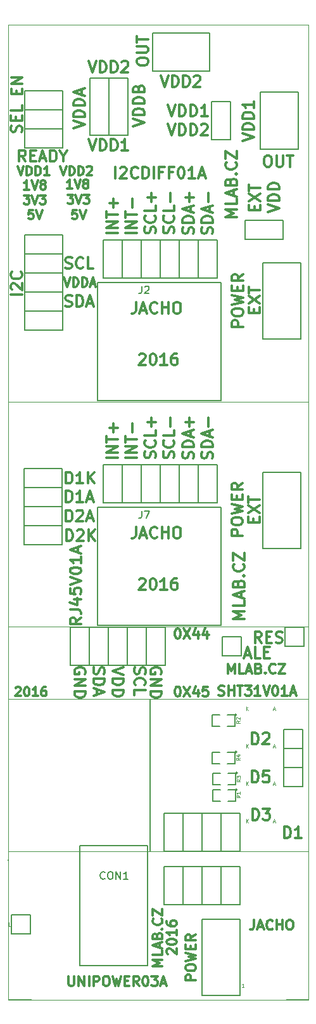
<source format=gbr>
G75*
G71*
%MOMM*%
%OFA0B0*%
%FSLAX53Y53*%
%IPPOS*%
%LPD*%
%ADD10C,0.12700*%
%ADD16C,0.30000*%
%ADD24C,0.20000*%
%ADD34C,0.30480*%
%ADD41C,0.10922*%
%ADD45C,0.20320*%
%ADD48C,0.09906*%
%ADD50C,0.05000*%
%ADD53C,0.15000*%
%ADD74C,0.01000*%
X0000000Y0000000D02*
G01*
D16*
X0032859Y0010618D02*
X0032859Y0009689D01*
X0032797Y0009504D01*
X0032673Y0009380D01*
X0032488Y0009318D01*
X0032364Y0009318D01*
X0033416Y0009689D02*
X0034035Y0009689D01*
X0033293Y0009318D02*
X0033726Y0010618D01*
X0034159Y0009318D01*
X0035335Y0009442D02*
X0035273Y0009380D01*
X0035088Y0009318D01*
X0034964Y0009318D01*
X0034778Y0009380D01*
X0034654Y0009504D01*
X0034593Y0009627D01*
X0034531Y0009875D01*
X0034531Y0010061D01*
X0034593Y0010308D01*
X0034654Y0010432D01*
X0034778Y0010556D01*
X0034964Y0010618D01*
X0035088Y0010618D01*
X0035273Y0010556D01*
X0035335Y0010494D01*
X0035893Y0009318D02*
X0035893Y0010618D01*
X0035893Y0009999D02*
X0036635Y0009999D01*
X0036635Y0009318D02*
X0036635Y0010618D01*
X0037502Y0010618D02*
X0037750Y0010618D01*
X0037873Y0010556D01*
X0037997Y0010432D01*
X0038059Y0010185D01*
X0038059Y0009751D01*
X0037997Y0009504D01*
X0037873Y0009380D01*
X0037750Y0009318D01*
X0037502Y0009318D01*
X0037378Y0009380D01*
X0037254Y0009504D01*
X0037193Y0009751D01*
X0037193Y0010185D01*
X0037254Y0010432D01*
X0037378Y0010556D01*
X0037502Y0010618D01*
X0021319Y0006090D02*
X0021258Y0006152D01*
X0021196Y0006276D01*
X0021196Y0006585D01*
X0021258Y0006709D01*
X0021319Y0006771D01*
X0021443Y0006833D01*
X0021567Y0006833D01*
X0021753Y0006771D01*
X0022496Y0006028D01*
X0022496Y0006833D01*
X0021196Y0007638D02*
X0021196Y0007761D01*
X0021258Y0007885D01*
X0021319Y0007947D01*
X0021443Y0008009D01*
X0021691Y0008071D01*
X0022000Y0008071D01*
X0022248Y0008009D01*
X0022372Y0007947D01*
X0022434Y0007885D01*
X0022496Y0007761D01*
X0022496Y0007638D01*
X0022434Y0007514D01*
X0022372Y0007452D01*
X0022248Y0007390D01*
X0022000Y0007328D01*
X0021691Y0007328D01*
X0021443Y0007390D01*
X0021319Y0007452D01*
X0021258Y0007514D01*
X0021196Y0007638D01*
X0022496Y0009309D02*
X0022496Y0008566D01*
X0022496Y0008938D02*
X0021196Y0008938D01*
X0021381Y0008814D01*
X0021505Y0008690D01*
X0021567Y0008566D01*
X0021196Y0010423D02*
X0021196Y0010176D01*
X0021258Y0010052D01*
X0021319Y0009990D01*
X0021505Y0009866D01*
X0021753Y0009804D01*
X0022248Y0009804D01*
X0022372Y0009866D01*
X0022434Y0009928D01*
X0022496Y0010052D01*
X0022496Y0010299D01*
X0022434Y0010423D01*
X0022372Y0010485D01*
X0022248Y0010547D01*
X0021938Y0010547D01*
X0021815Y0010485D01*
X0021753Y0010423D01*
X0021691Y0010299D01*
X0021691Y0010052D01*
X0021753Y0009928D01*
X0021815Y0009866D01*
X0021938Y0009804D01*
X0020591Y0004446D02*
X0019291Y0004446D01*
X0020219Y0004880D01*
X0019291Y0005313D01*
X0020591Y0005313D01*
X0020591Y0006551D02*
X0020591Y0005932D01*
X0019291Y0005932D01*
X0020219Y0006922D02*
X0020219Y0007542D01*
X0020591Y0006799D02*
X0019291Y0007232D01*
X0020591Y0007665D01*
X0019910Y0008532D02*
X0019972Y0008718D01*
X0020033Y0008780D01*
X0020157Y0008842D01*
X0020343Y0008842D01*
X0020467Y0008780D01*
X0020529Y0008718D01*
X0020591Y0008594D01*
X0020591Y0008099D01*
X0019291Y0008099D01*
X0019291Y0008532D01*
X0019353Y0008656D01*
X0019414Y0008718D01*
X0019538Y0008780D01*
X0019662Y0008780D01*
X0019786Y0008718D01*
X0019848Y0008656D01*
X0019910Y0008532D01*
X0019910Y0008099D01*
X0020467Y0009399D02*
X0020529Y0009461D01*
X0020591Y0009399D01*
X0020529Y0009337D01*
X0020467Y0009399D01*
X0020591Y0009399D01*
X0020467Y0010761D02*
X0020529Y0010699D01*
X0020591Y0010513D01*
X0020591Y0010389D01*
X0020529Y0010203D01*
X0020405Y0010080D01*
X0020281Y0010018D01*
X0020033Y0009956D01*
X0019848Y0009956D01*
X0019600Y0010018D01*
X0019476Y0010080D01*
X0019353Y0010203D01*
X0019291Y0010389D01*
X0019291Y0010513D01*
X0019353Y0010699D01*
X0019414Y0010761D01*
X0019291Y0011194D02*
X0019291Y0012061D01*
X0020591Y0011194D01*
X0020591Y0012061D01*
X0025036Y0002586D02*
X0023736Y0002586D01*
X0023736Y0003081D01*
X0023798Y0003205D01*
X0023859Y0003267D01*
X0023983Y0003328D01*
X0024169Y0003328D01*
X0024293Y0003267D01*
X0024355Y0003205D01*
X0024417Y0003081D01*
X0024417Y0002586D01*
X0023736Y0004133D02*
X0023736Y0004381D01*
X0023798Y0004505D01*
X0023921Y0004628D01*
X0024169Y0004690D01*
X0024602Y0004690D01*
X0024850Y0004628D01*
X0024974Y0004505D01*
X0025036Y0004381D01*
X0025036Y0004133D01*
X0024974Y0004009D01*
X0024850Y0003886D01*
X0024602Y0003824D01*
X0024169Y0003824D01*
X0023921Y0003886D01*
X0023798Y0004009D01*
X0023736Y0004133D01*
X0023736Y0005124D02*
X0025036Y0005433D01*
X0024107Y0005681D01*
X0025036Y0005928D01*
X0023736Y0006238D01*
X0024355Y0006733D02*
X0024355Y0007167D01*
X0025036Y0007352D02*
X0025036Y0006733D01*
X0023736Y0006733D01*
X0023736Y0007352D01*
X0025036Y0008652D02*
X0024417Y0008219D01*
X0025036Y0007909D02*
X0023736Y0007909D01*
X0023736Y0008405D01*
X0023798Y0008528D01*
X0023859Y0008590D01*
X0023983Y0008652D01*
X0024169Y0008652D01*
X0024293Y0008590D01*
X0024355Y0008528D01*
X0024417Y0008405D01*
X0024417Y0007909D01*
X0008072Y0003125D02*
X0008072Y0002073D01*
X0008134Y0001949D01*
X0008196Y0001887D01*
X0008320Y0001825D01*
X0008568Y0001825D01*
X0008692Y0001887D01*
X0008753Y0001949D01*
X0008815Y0002073D01*
X0008815Y0003125D01*
X0009434Y0001825D02*
X0009434Y0003125D01*
X0010177Y0001825D01*
X0010177Y0003125D01*
X0010796Y0001825D02*
X0010796Y0003125D01*
X0011415Y0001825D02*
X0011415Y0003125D01*
X0011911Y0003125D01*
X0012034Y0003063D01*
X0012096Y0003001D01*
X0012158Y0002877D01*
X0012158Y0002692D01*
X0012096Y0002568D01*
X0012034Y0002506D01*
X0011911Y0002444D01*
X0011415Y0002444D01*
X0012963Y0003125D02*
X0013211Y0003125D01*
X0013334Y0003063D01*
X0013458Y0002939D01*
X0013520Y0002692D01*
X0013520Y0002258D01*
X0013458Y0002011D01*
X0013334Y0001887D01*
X0013211Y0001825D01*
X0012963Y0001825D01*
X0012839Y0001887D01*
X0012715Y0002011D01*
X0012653Y0002258D01*
X0012653Y0002692D01*
X0012715Y0002939D01*
X0012839Y0003063D01*
X0012963Y0003125D01*
X0013953Y0003125D02*
X0014263Y0001825D01*
X0014511Y0002753D01*
X0014758Y0001825D01*
X0015068Y0003125D01*
X0015563Y0002506D02*
X0015996Y0002506D01*
X0016182Y0001825D02*
X0015563Y0001825D01*
X0015563Y0003125D01*
X0016182Y0003125D01*
X0017482Y0001825D02*
X0017049Y0002444D01*
X0016739Y0001825D02*
X0016739Y0003125D01*
X0017234Y0003125D01*
X0017358Y0003063D01*
X0017420Y0003001D01*
X0017482Y0002877D01*
X0017482Y0002692D01*
X0017420Y0002568D01*
X0017358Y0002506D01*
X0017234Y0002444D01*
X0016739Y0002444D01*
X0018287Y0003125D02*
X0018411Y0003125D01*
X0018534Y0003063D01*
X0018596Y0003001D01*
X0018658Y0002877D01*
X0018720Y0002630D01*
X0018720Y0002320D01*
X0018658Y0002073D01*
X0018596Y0001949D01*
X0018534Y0001887D01*
X0018411Y0001825D01*
X0018287Y0001825D01*
X0018163Y0001887D01*
X0018101Y0001949D01*
X0018039Y0002073D01*
X0017977Y0002320D01*
X0017977Y0002630D01*
X0018039Y0002877D01*
X0018101Y0003001D01*
X0018163Y0003063D01*
X0018287Y0003125D01*
X0019153Y0003125D02*
X0019958Y0003125D01*
X0019525Y0002630D01*
X0019711Y0002630D01*
X0019834Y0002568D01*
X0019896Y0002506D01*
X0019958Y0002382D01*
X0019958Y0002073D01*
X0019896Y0001949D01*
X0019834Y0001887D01*
X0019711Y0001825D01*
X0019339Y0001825D01*
X0019215Y0001887D01*
X0019153Y0001949D01*
X0020453Y0002196D02*
X0021072Y0002196D01*
X0020330Y0001825D02*
X0020763Y0003125D01*
X0021196Y0001825D01*
D24*
X0018923Y0019812D02*
X0018923Y0040132D01*
X0000000Y0018606D02*
X0000000Y0018669D01*
D53*
X0030988Y0000572D02*
X0025908Y0000572D01*
X0025908Y0000572D02*
X0025908Y0010732D01*
X0025908Y0010732D02*
X0030988Y0010732D01*
X0030988Y0010732D02*
X0030988Y0000572D01*
D10*
X0009597Y0020558D02*
X0009597Y0004558D01*
X0018597Y0020558D02*
X0009597Y0020558D01*
X0018597Y0004558D02*
X0018597Y0020558D01*
X0009597Y0004558D02*
X0018597Y0004558D01*
D53*
X0020828Y0017717D02*
X0023368Y0017717D01*
X0023368Y0017717D02*
X0023368Y0012637D01*
X0023368Y0012637D02*
X0020828Y0012637D01*
X0020828Y0012637D02*
X0020828Y0017717D01*
X0020828Y0024892D02*
X0023368Y0024892D01*
X0023368Y0024892D02*
X0023368Y0019812D01*
X0023368Y0019812D02*
X0020828Y0019812D01*
X0020828Y0019812D02*
X0020828Y0024892D01*
X0023368Y0024892D02*
X0025908Y0024892D01*
X0025908Y0024892D02*
X0025908Y0019812D01*
X0025908Y0019812D02*
X0023368Y0019812D01*
X0023368Y0019812D02*
X0023368Y0024892D01*
X0023368Y0017717D02*
X0025908Y0017717D01*
X0025908Y0017717D02*
X0025908Y0012637D01*
X0025908Y0012637D02*
X0023368Y0012637D01*
X0023368Y0012637D02*
X0023368Y0017717D01*
X0036830Y0036068D02*
X0039370Y0036068D01*
X0039370Y0036068D02*
X0039370Y0033528D01*
X0039370Y0033528D02*
X0036830Y0033528D01*
X0036830Y0033528D02*
X0036830Y0036068D01*
X0036830Y0030988D02*
X0039370Y0030988D01*
X0039370Y0030988D02*
X0039370Y0028448D01*
X0039370Y0028448D02*
X0036830Y0028448D01*
X0036830Y0028448D02*
X0036830Y0030988D01*
X0030607Y0028004D02*
G75*
G03*
X0030607Y0028004I-000127J0000000D01*
G01*
X0029337Y0028004D02*
X0030353Y0028004D01*
X0030353Y0028004D02*
X0030353Y0026480D01*
X0030353Y0026480D02*
X0029337Y0026480D01*
X0028321Y0026480D02*
X0027305Y0026480D01*
X0027305Y0026480D02*
X0027305Y0028004D01*
X0027305Y0028004D02*
X0028321Y0028004D01*
X0030544Y0037973D02*
G75*
G03*
X0030544Y0037973I-000127J0000000D01*
G01*
X0029274Y0037973D02*
X0030290Y0037973D01*
X0030290Y0037973D02*
X0030290Y0036449D01*
X0030290Y0036449D02*
X0029274Y0036449D01*
X0028258Y0036449D02*
X0027242Y0036449D01*
X0027242Y0036449D02*
X0027242Y0037973D01*
X0027242Y0037973D02*
X0028258Y0037973D01*
X0030607Y0030226D02*
G75*
G03*
X0030607Y0030226I-000127J0000000D01*
G01*
X0029337Y0030226D02*
X0030353Y0030226D01*
X0030353Y0030226D02*
X0030353Y0028702D01*
X0030353Y0028702D02*
X0029337Y0028702D01*
X0028321Y0028702D02*
X0027305Y0028702D01*
X0027305Y0028702D02*
X0027305Y0030226D01*
X0027305Y0030226D02*
X0028321Y0030226D01*
X0036830Y0033528D02*
X0039370Y0033528D01*
X0039370Y0033528D02*
X0039370Y0030988D01*
X0039370Y0030988D02*
X0036830Y0030988D01*
X0036830Y0030988D02*
X0036830Y0033528D01*
X0030544Y0033020D02*
G75*
G03*
X0030544Y0033020I-000127J0000000D01*
G01*
X0029274Y0033020D02*
X0030290Y0033020D01*
X0030290Y0033020D02*
X0030290Y0031496D01*
X0030290Y0031496D02*
X0029274Y0031496D01*
X0028258Y0031496D02*
X0027242Y0031496D01*
X0027242Y0031496D02*
X0027242Y0033020D01*
X0027242Y0033020D02*
X0028258Y0033020D01*
X0028448Y0017717D02*
X0030988Y0017717D01*
X0030988Y0017717D02*
X0030988Y0012637D01*
X0030988Y0012637D02*
X0028448Y0012637D01*
X0028448Y0012637D02*
X0028448Y0017717D01*
X0028448Y0024892D02*
X0030988Y0024892D01*
X0030988Y0024892D02*
X0030988Y0019812D01*
X0030988Y0019812D02*
X0028448Y0019812D01*
X0028448Y0019812D02*
X0028448Y0024892D01*
X0025908Y0024892D02*
X0028448Y0024892D01*
X0028448Y0024892D02*
X0028448Y0019812D01*
X0028448Y0019812D02*
X0025908Y0019812D01*
X0025908Y0019812D02*
X0025908Y0024892D01*
X0025908Y0017717D02*
X0028448Y0017717D01*
X0028448Y0017717D02*
X0028448Y0012637D01*
X0028448Y0012637D02*
X0025908Y0012637D01*
X0025908Y0012637D02*
X0025908Y0017717D01*
X0000445Y0011303D02*
X0002985Y0011303D01*
X0002985Y0011303D02*
X0002985Y0008763D01*
X0002985Y0008763D02*
X0000445Y0008763D01*
X0000445Y0008763D02*
X0000445Y0011303D01*
D50*
X0031512Y0001615D02*
X0031226Y0001615D01*
X0031369Y0001615D02*
X0031369Y0002115D01*
X0031321Y0002044D01*
X0031274Y0001996D01*
X0031226Y0001972D01*
D45*
X0012927Y0016147D02*
X0012878Y0016099D01*
X0012733Y0016050D01*
X0012637Y0016050D01*
X0012491Y0016099D01*
X0012395Y0016196D01*
X0012346Y0016292D01*
X0012298Y0016486D01*
X0012298Y0016631D01*
X0012346Y0016824D01*
X0012395Y0016921D01*
X0012491Y0017018D01*
X0012637Y0017066D01*
X0012733Y0017066D01*
X0012878Y0017018D01*
X0012927Y0016970D01*
X0013556Y0017066D02*
X0013749Y0017066D01*
X0013846Y0017018D01*
X0013943Y0016921D01*
X0013991Y0016728D01*
X0013991Y0016389D01*
X0013943Y0016196D01*
X0013846Y0016099D01*
X0013749Y0016050D01*
X0013556Y0016050D01*
X0013459Y0016099D01*
X0013362Y0016196D01*
X0013314Y0016389D01*
X0013314Y0016728D01*
X0013362Y0016921D01*
X0013459Y0017018D01*
X0013556Y0017066D01*
X0014427Y0016050D02*
X0014427Y0017066D01*
X0015007Y0016050D01*
X0015007Y0017066D01*
X0016023Y0016050D02*
X0015443Y0016050D01*
X0015733Y0016050D02*
X0015733Y0017066D01*
X0015636Y0016921D01*
X0015539Y0016824D01*
X0015443Y0016776D01*
D41*
X0031024Y0027222D02*
X0030786Y0027055D01*
X0031024Y0026936D02*
X0030523Y0026936D01*
X0030523Y0027126D01*
X0030547Y0027174D01*
X0030571Y0027198D01*
X0030619Y0027222D01*
X0030690Y0027222D01*
X0030738Y0027198D01*
X0030762Y0027174D01*
X0030786Y0027126D01*
X0030786Y0026936D01*
X0031024Y0027698D02*
X0031024Y0027412D01*
X0031024Y0027555D02*
X0030523Y0027555D01*
X0030595Y0027508D01*
X0030643Y0027460D01*
X0030666Y0027412D01*
X0030960Y0037191D02*
X0030722Y0037024D01*
X0030960Y0036905D02*
X0030460Y0036905D01*
X0030460Y0037096D01*
X0030484Y0037143D01*
X0030508Y0037167D01*
X0030555Y0037191D01*
X0030627Y0037191D01*
X0030674Y0037167D01*
X0030698Y0037143D01*
X0030722Y0037096D01*
X0030722Y0036905D01*
X0030508Y0037382D02*
X0030484Y0037406D01*
X0030460Y0037453D01*
X0030460Y0037572D01*
X0030484Y0037620D01*
X0030508Y0037644D01*
X0030555Y0037668D01*
X0030603Y0037668D01*
X0030674Y0037644D01*
X0030960Y0037358D01*
X0030960Y0037668D01*
X0031024Y0029381D02*
X0030786Y0029214D01*
X0031024Y0029095D02*
X0030523Y0029095D01*
X0030523Y0029285D01*
X0030547Y0029333D01*
X0030571Y0029357D01*
X0030619Y0029381D01*
X0030690Y0029381D01*
X0030738Y0029357D01*
X0030762Y0029333D01*
X0030786Y0029285D01*
X0030786Y0029095D01*
X0030523Y0029547D02*
X0030523Y0029857D01*
X0030714Y0029690D01*
X0030714Y0029762D01*
X0030738Y0029810D01*
X0030762Y0029833D01*
X0030809Y0029857D01*
X0030929Y0029857D01*
X0030976Y0029833D01*
X0031000Y0029810D01*
X0031024Y0029762D01*
X0031024Y0029619D01*
X0031000Y0029571D01*
X0030976Y0029547D01*
X0030960Y0032238D02*
X0030722Y0032071D01*
X0030960Y0031952D02*
X0030460Y0031952D01*
X0030460Y0032143D01*
X0030484Y0032190D01*
X0030508Y0032214D01*
X0030555Y0032238D01*
X0030627Y0032238D01*
X0030674Y0032214D01*
X0030698Y0032190D01*
X0030722Y0032143D01*
X0030722Y0031952D01*
X0030627Y0032667D02*
X0030960Y0032667D01*
X0030436Y0032548D02*
X0030794Y0032429D01*
X0030794Y0032738D01*
D34*
X0036912Y0021536D02*
X0036912Y0023060D01*
X0037275Y0023060D01*
X0037492Y0022987D01*
X0037637Y0022842D01*
X0037710Y0022697D01*
X0037783Y0022406D01*
X0037783Y0022189D01*
X0037710Y0021898D01*
X0037637Y0021753D01*
X0037492Y0021608D01*
X0037275Y0021536D01*
X0036912Y0021536D01*
X0039234Y0021536D02*
X0038363Y0021536D01*
X0038799Y0021536D02*
X0038799Y0023060D01*
X0038653Y0022842D01*
X0038508Y0022697D01*
X0038363Y0022624D01*
D48*
X0035400Y0023712D02*
X0035638Y0023712D01*
X0035353Y0023569D02*
X0035519Y0024069D01*
X0035686Y0023569D01*
X0031787Y0023569D02*
X0031787Y0024069D01*
X0032073Y0023569D02*
X0031858Y0023855D01*
X0032073Y0024069D02*
X0031787Y0023783D01*
D34*
X0032594Y0034045D02*
X0032594Y0035569D01*
X0032957Y0035569D01*
X0033174Y0035497D01*
X0033319Y0035351D01*
X0033392Y0035206D01*
X0033465Y0034916D01*
X0033465Y0034698D01*
X0033392Y0034408D01*
X0033319Y0034263D01*
X0033174Y0034118D01*
X0032957Y0034045D01*
X0032594Y0034045D01*
X0034045Y0035424D02*
X0034118Y0035497D01*
X0034263Y0035569D01*
X0034626Y0035569D01*
X0034771Y0035497D01*
X0034843Y0035424D01*
X0034916Y0035279D01*
X0034916Y0035134D01*
X0034843Y0034916D01*
X0033973Y0034045D01*
X0034916Y0034045D01*
D48*
X0035400Y0038712D02*
X0035638Y0038712D01*
X0035353Y0038569D02*
X0035519Y0039069D01*
X0035686Y0038569D01*
X0031787Y0038569D02*
X0031787Y0039069D01*
X0032073Y0038569D02*
X0031858Y0038855D01*
X0032073Y0039069D02*
X0031787Y0038783D01*
D34*
X0032657Y0023949D02*
X0032657Y0025473D01*
X0033020Y0025473D01*
X0033238Y0025400D01*
X0033383Y0025255D01*
X0033455Y0025110D01*
X0033528Y0024819D01*
X0033528Y0024602D01*
X0033455Y0024311D01*
X0033383Y0024166D01*
X0033238Y0024021D01*
X0033020Y0023949D01*
X0032657Y0023949D01*
X0034036Y0025473D02*
X0034979Y0025473D01*
X0034471Y0024892D01*
X0034689Y0024892D01*
X0034834Y0024819D01*
X0034907Y0024747D01*
X0034979Y0024602D01*
X0034979Y0024239D01*
X0034907Y0024094D01*
X0034834Y0024021D01*
X0034689Y0023949D01*
X0034254Y0023949D01*
X0034109Y0024021D01*
X0034036Y0024094D01*
D48*
X0035400Y0028708D02*
X0035638Y0028708D01*
X0035353Y0028565D02*
X0035519Y0029065D01*
X0035686Y0028565D01*
X0031787Y0028565D02*
X0031787Y0029065D01*
X0032073Y0028565D02*
X0031858Y0028850D01*
X0032073Y0029065D02*
X0031787Y0028779D01*
D34*
X0032594Y0028965D02*
X0032594Y0030489D01*
X0032957Y0030489D01*
X0033174Y0030417D01*
X0033319Y0030271D01*
X0033392Y0030126D01*
X0033465Y0029836D01*
X0033465Y0029618D01*
X0033392Y0029328D01*
X0033319Y0029183D01*
X0033174Y0029038D01*
X0032957Y0028965D01*
X0032594Y0028965D01*
X0034843Y0030489D02*
X0034118Y0030489D01*
X0034045Y0029763D01*
X0034118Y0029836D01*
X0034263Y0029909D01*
X0034626Y0029909D01*
X0034771Y0029836D01*
X0034843Y0029763D01*
X0034916Y0029618D01*
X0034916Y0029255D01*
X0034843Y0029110D01*
X0034771Y0029038D01*
X0034626Y0028965D01*
X0034263Y0028965D01*
X0034118Y0029038D01*
X0034045Y0029110D01*
D48*
X0035400Y0033712D02*
X0035638Y0033712D01*
X0035353Y0033569D02*
X0035519Y0034069D01*
X0035686Y0033569D01*
X0031787Y0033569D02*
X0031787Y0034069D01*
X0032073Y0033569D02*
X0031858Y0033855D01*
X0032073Y0034069D02*
X0031787Y0033783D01*
D50*
X0000206Y0009807D02*
X0000000Y0009807D01*
X-000079Y0009807D02*
X0000064Y0009807D02*
X0000064Y0010307D01*
X0000016Y0010235D01*
X0000000Y0010219D01*
X-000032Y0010188D02*
D74*
X0000000Y0000000D02*
G01*
D74*
D74*
X0000000Y0019812D02*
X0040132Y0019812D01*
X0000000Y0040132D02*
X0000000Y0000000D01*
X0040132Y0040132D02*
X0000000Y0040132D01*
X0040132Y0000000D02*
X0040132Y0040132D01*
X0000000Y0000000D02*
X0040132Y0000000D01*
X0000000Y0040130D02*
G01*
D16*
X0022592Y0041731D02*
X0022716Y0041731D01*
X0022840Y0041669D01*
X0022901Y0041607D01*
X0022963Y0041483D01*
X0023025Y0041236D01*
X0023025Y0040926D01*
X0022963Y0040679D01*
X0022901Y0040555D01*
X0022840Y0040493D01*
X0022716Y0040431D01*
X0022592Y0040431D01*
X0022468Y0040493D01*
X0022406Y0040555D01*
X0022344Y0040679D01*
X0022282Y0040926D01*
X0022282Y0041236D01*
X0022344Y0041483D01*
X0022406Y0041607D01*
X0022468Y0041669D01*
X0022592Y0041731D01*
X0023459Y0041731D02*
X0024325Y0040431D01*
X0024325Y0041731D02*
X0023459Y0040431D01*
X0025378Y0041298D02*
X0025378Y0040431D01*
X0025068Y0041793D02*
X0024759Y0040864D01*
X0025563Y0040864D01*
X0026678Y0041731D02*
X0026059Y0041731D01*
X0025997Y0041112D01*
X0026059Y0041174D01*
X0026182Y0041236D01*
X0026492Y0041236D01*
X0026616Y0041174D01*
X0026678Y0041112D01*
X0026740Y0040988D01*
X0026740Y0040679D01*
X0026678Y0040555D01*
X0026616Y0040493D01*
X0026492Y0040431D01*
X0026182Y0040431D01*
X0026059Y0040493D01*
X0025997Y0040555D01*
X0022592Y0049478D02*
X0022716Y0049478D01*
X0022840Y0049416D01*
X0022901Y0049354D01*
X0022963Y0049230D01*
X0023025Y0048983D01*
X0023025Y0048673D01*
X0022963Y0048426D01*
X0022901Y0048302D01*
X0022840Y0048240D01*
X0022716Y0048178D01*
X0022592Y0048178D01*
X0022468Y0048240D01*
X0022406Y0048302D01*
X0022344Y0048426D01*
X0022282Y0048673D01*
X0022282Y0048983D01*
X0022344Y0049230D01*
X0022406Y0049354D01*
X0022468Y0049416D01*
X0022592Y0049478D01*
X0023459Y0049478D02*
X0024325Y0048178D01*
X0024325Y0049478D02*
X0023459Y0048178D01*
X0025378Y0049045D02*
X0025378Y0048178D01*
X0025068Y0049540D02*
X0024759Y0048611D01*
X0025563Y0048611D01*
X0026616Y0049045D02*
X0026616Y0048178D01*
X0026306Y0049540D02*
X0025997Y0048611D01*
X0026801Y0048611D01*
X0000991Y0041562D02*
X0001048Y0041619D01*
X0001162Y0041676D01*
X0001448Y0041676D01*
X0001562Y0041619D01*
X0001619Y0041562D01*
X0001677Y0041448D01*
X0001677Y0041333D01*
X0001619Y0041162D01*
X0000934Y0040476D01*
X0001677Y0040476D01*
X0002419Y0041676D02*
X0002534Y0041676D01*
X0002648Y0041619D01*
X0002705Y0041562D01*
X0002762Y0041448D01*
X0002819Y0041219D01*
X0002819Y0040933D01*
X0002762Y0040705D01*
X0002705Y0040590D01*
X0002648Y0040533D01*
X0002534Y0040476D01*
X0002419Y0040476D01*
X0002305Y0040533D01*
X0002248Y0040590D01*
X0002191Y0040705D01*
X0002134Y0040933D01*
X0002134Y0041219D01*
X0002191Y0041448D01*
X0002248Y0041562D01*
X0002305Y0041619D01*
X0002419Y0041676D01*
X0003962Y0040476D02*
X0003277Y0040476D01*
X0003619Y0040476D02*
X0003619Y0041676D01*
X0003505Y0041505D01*
X0003391Y0041390D01*
X0003277Y0041333D01*
X0004991Y0041676D02*
X0004762Y0041676D01*
X0004648Y0041619D01*
X0004591Y0041562D01*
X0004477Y0041390D01*
X0004419Y0041162D01*
X0004419Y0040705D01*
X0004477Y0040590D01*
X0004534Y0040533D01*
X0004648Y0040476D01*
X0004877Y0040476D01*
X0004991Y0040533D01*
X0005048Y0040590D01*
X0005105Y0040705D01*
X0005105Y0040990D01*
X0005048Y0041105D01*
X0004991Y0041162D01*
X0004877Y0041219D01*
X0004648Y0041219D01*
X0004534Y0041162D01*
X0004477Y0041105D01*
X0004419Y0040990D01*
X0029402Y0043479D02*
X0029402Y0044779D01*
X0029835Y0043850D01*
X0030268Y0044779D01*
X0030268Y0043479D01*
X0031507Y0043479D02*
X0030887Y0043479D01*
X0030887Y0044779D01*
X0031878Y0043850D02*
X0032497Y0043850D01*
X0031754Y0043479D02*
X0032187Y0044779D01*
X0032621Y0043479D01*
X0033487Y0044160D02*
X0033673Y0044098D01*
X0033735Y0044036D01*
X0033797Y0043912D01*
X0033797Y0043727D01*
X0033735Y0043603D01*
X0033673Y0043541D01*
X0033549Y0043479D01*
X0033054Y0043479D01*
X0033054Y0044779D01*
X0033487Y0044779D01*
X0033611Y0044717D01*
X0033673Y0044655D01*
X0033735Y0044531D01*
X0033735Y0044407D01*
X0033673Y0044284D01*
X0033611Y0044222D01*
X0033487Y0044160D01*
X0033054Y0044160D01*
X0034354Y0043603D02*
X0034416Y0043541D01*
X0034354Y0043479D01*
X0034292Y0043541D01*
X0034354Y0043603D01*
X0034354Y0043479D01*
X0035716Y0043603D02*
X0035654Y0043541D01*
X0035468Y0043479D01*
X0035345Y0043479D01*
X0035159Y0043541D01*
X0035035Y0043665D01*
X0034973Y0043788D01*
X0034911Y0044036D01*
X0034911Y0044222D01*
X0034973Y0044469D01*
X0035035Y0044593D01*
X0035159Y0044717D01*
X0035345Y0044779D01*
X0035468Y0044779D01*
X0035654Y0044717D01*
X0035716Y0044655D01*
X0036149Y0044779D02*
X0037016Y0044779D01*
X0036149Y0043479D01*
X0037016Y0043479D01*
X0028136Y0040620D02*
X0028322Y0040558D01*
X0028631Y0040558D01*
X0028755Y0040620D01*
X0028817Y0040682D01*
X0028879Y0040806D01*
X0028879Y0040929D01*
X0028817Y0041053D01*
X0028755Y0041115D01*
X0028631Y0041177D01*
X0028384Y0041239D01*
X0028260Y0041301D01*
X0028198Y0041363D01*
X0028136Y0041486D01*
X0028136Y0041610D01*
X0028198Y0041734D01*
X0028260Y0041796D01*
X0028384Y0041858D01*
X0028693Y0041858D01*
X0028879Y0041796D01*
X0029436Y0040558D02*
X0029436Y0041858D01*
X0029436Y0041239D02*
X0030179Y0041239D01*
X0030179Y0040558D02*
X0030179Y0041858D01*
X0030612Y0041858D02*
X0031355Y0041858D01*
X0030984Y0040558D02*
X0030984Y0041858D01*
X0031664Y0041858D02*
X0032469Y0041858D01*
X0032036Y0041363D01*
X0032222Y0041363D01*
X0032345Y0041301D01*
X0032407Y0041239D01*
X0032469Y0041115D01*
X0032469Y0040806D01*
X0032407Y0040682D01*
X0032345Y0040620D01*
X0032222Y0040558D01*
X0031850Y0040558D01*
X0031726Y0040620D01*
X0031664Y0040682D01*
X0033707Y0040558D02*
X0032964Y0040558D01*
X0033336Y0040558D02*
X0033336Y0041858D01*
X0033212Y0041672D01*
X0033088Y0041548D01*
X0032964Y0041486D01*
X0034079Y0041858D02*
X0034512Y0040558D01*
X0034945Y0041858D01*
X0035626Y0041858D02*
X0035750Y0041858D01*
X0035874Y0041796D01*
X0035936Y0041734D01*
X0035998Y0041610D01*
X0036060Y0041363D01*
X0036060Y0041053D01*
X0035998Y0040806D01*
X0035936Y0040682D01*
X0035874Y0040620D01*
X0035750Y0040558D01*
X0035626Y0040558D01*
X0035503Y0040620D01*
X0035441Y0040682D01*
X0035379Y0040806D01*
X0035317Y0041053D01*
X0035317Y0041363D01*
X0035379Y0041610D01*
X0035441Y0041734D01*
X0035503Y0041796D01*
X0035626Y0041858D01*
X0037298Y0040558D02*
X0036555Y0040558D01*
X0036926Y0040558D02*
X0036926Y0041858D01*
X0036803Y0041672D01*
X0036679Y0041548D01*
X0036555Y0041486D01*
X0037793Y0040929D02*
X0038412Y0040929D01*
X0037669Y0040558D02*
X0038103Y0041858D01*
X0038536Y0040558D01*
X0031655Y0045976D02*
X0032369Y0045976D01*
X0031512Y0045547D02*
X0032012Y0047047D01*
X0032512Y0045547D01*
X0033726Y0045547D02*
X0033012Y0045547D01*
X0033012Y0047047D01*
X0034226Y0046333D02*
X0034726Y0046333D01*
X0034940Y0045547D02*
X0034226Y0045547D01*
X0034226Y0047047D01*
X0034940Y0047047D01*
X0033853Y0047579D02*
X0033353Y0048294D01*
X0032996Y0047579D02*
X0032996Y0049079D01*
X0033568Y0049079D01*
X0033710Y0049008D01*
X0033782Y0048937D01*
X0033853Y0048794D01*
X0033853Y0048579D01*
X0033782Y0048437D01*
X0033710Y0048365D01*
X0033568Y0048294D01*
X0032996Y0048294D01*
X0034496Y0048365D02*
X0034996Y0048365D01*
X0035210Y0047579D02*
X0034496Y0047579D01*
X0034496Y0049079D01*
X0035210Y0049079D01*
X0035782Y0047651D02*
X0035996Y0047579D01*
X0036353Y0047579D01*
X0036496Y0047651D01*
X0036568Y0047722D01*
X0036639Y0047865D01*
X0036639Y0048008D01*
X0036568Y0048151D01*
X0036496Y0048222D01*
X0036353Y0048294D01*
X0036068Y0048365D01*
X0035925Y0048437D01*
X0035853Y0048508D01*
X0035782Y0048651D01*
X0035782Y0048794D01*
X0035853Y0048937D01*
X0035925Y0049008D01*
X0036068Y0049079D01*
X0036425Y0049079D01*
X0036639Y0049008D01*
X0020435Y0043432D02*
X0020506Y0043575D01*
X0020506Y0043789D01*
X0020435Y0044004D01*
X0020292Y0044146D01*
X0020149Y0044218D01*
X0019864Y0044289D01*
X0019649Y0044289D01*
X0019364Y0044218D01*
X0019221Y0044146D01*
X0019078Y0044004D01*
X0019006Y0043789D01*
X0019006Y0043646D01*
X0019078Y0043432D01*
X0019149Y0043361D01*
X0019649Y0043361D01*
X0019649Y0043646D01*
X0019006Y0042718D02*
X0020506Y0042718D01*
X0019006Y0041861D01*
X0020506Y0041861D01*
X0019006Y0041146D02*
X0020506Y0041146D01*
X0020506Y0040789D01*
X0020435Y0040575D01*
X0020292Y0040432D01*
X0020149Y0040361D01*
X0019864Y0040289D01*
X0019649Y0040289D01*
X0019364Y0040361D01*
X0019221Y0040432D01*
X0019078Y0040575D01*
X0019006Y0040789D01*
X0019006Y0041146D01*
X0016919Y0044289D02*
X0016847Y0044075D01*
X0016847Y0043718D01*
X0016919Y0043575D01*
X0016990Y0043504D01*
X0017133Y0043432D01*
X0017276Y0043432D01*
X0017419Y0043504D01*
X0017490Y0043575D01*
X0017562Y0043718D01*
X0017633Y0044004D01*
X0017705Y0044146D01*
X0017776Y0044218D01*
X0017919Y0044289D01*
X0018062Y0044289D01*
X0018205Y0044218D01*
X0018276Y0044146D01*
X0018347Y0044004D01*
X0018347Y0043646D01*
X0018276Y0043432D01*
X0016990Y0041932D02*
X0016919Y0042004D01*
X0016847Y0042218D01*
X0016847Y0042361D01*
X0016919Y0042575D01*
X0017062Y0042718D01*
X0017205Y0042789D01*
X0017490Y0042861D01*
X0017705Y0042861D01*
X0017990Y0042789D01*
X0018133Y0042718D01*
X0018276Y0042575D01*
X0018347Y0042361D01*
X0018347Y0042218D01*
X0018276Y0042004D01*
X0018205Y0041932D01*
X0016847Y0040575D02*
X0016847Y0041289D01*
X0018347Y0041289D01*
X0015426Y0044305D02*
X0013926Y0043805D01*
X0015426Y0043305D01*
X0013926Y0042805D02*
X0015426Y0042805D01*
X0015426Y0042448D01*
X0015355Y0042234D01*
X0015212Y0042091D01*
X0015069Y0042019D01*
X0014784Y0041948D01*
X0014569Y0041948D01*
X0014284Y0042019D01*
X0014141Y0042091D01*
X0013998Y0042234D01*
X0013926Y0042448D01*
X0013926Y0042805D01*
X0013926Y0041305D02*
X0015426Y0041305D01*
X0015426Y0040948D01*
X0015355Y0040734D01*
X0015212Y0040591D01*
X0015069Y0040519D01*
X0014784Y0040448D01*
X0014569Y0040448D01*
X0014284Y0040519D01*
X0014141Y0040591D01*
X0013998Y0040734D01*
X0013926Y0040948D01*
X0013926Y0041305D01*
X0011458Y0044289D02*
X0011386Y0044075D01*
X0011386Y0043718D01*
X0011458Y0043575D01*
X0011529Y0043504D01*
X0011672Y0043432D01*
X0011815Y0043432D01*
X0011958Y0043504D01*
X0012029Y0043575D01*
X0012101Y0043718D01*
X0012172Y0044004D01*
X0012244Y0044146D01*
X0012315Y0044218D01*
X0012458Y0044289D01*
X0012601Y0044289D01*
X0012744Y0044218D01*
X0012815Y0044146D01*
X0012886Y0044004D01*
X0012886Y0043646D01*
X0012815Y0043432D01*
X0011386Y0042789D02*
X0012886Y0042789D01*
X0012886Y0042432D01*
X0012815Y0042218D01*
X0012672Y0042075D01*
X0012529Y0042004D01*
X0012244Y0041932D01*
X0012029Y0041932D01*
X0011744Y0042004D01*
X0011601Y0042075D01*
X0011458Y0042218D01*
X0011386Y0042432D01*
X0011386Y0042789D01*
X0011815Y0041361D02*
X0011815Y0040646D01*
X0011386Y0041504D02*
X0012886Y0041004D01*
X0011386Y0040504D01*
X0010275Y0043432D02*
X0010346Y0043575D01*
X0010346Y0043789D01*
X0010275Y0044004D01*
X0010132Y0044146D01*
X0009989Y0044218D01*
X0009704Y0044289D01*
X0009489Y0044289D01*
X0009204Y0044218D01*
X0009061Y0044146D01*
X0008918Y0044004D01*
X0008846Y0043789D01*
X0008846Y0043646D01*
X0008918Y0043432D01*
X0008989Y0043361D01*
X0009489Y0043361D01*
X0009489Y0043646D01*
X0008846Y0042718D02*
X0010346Y0042718D01*
X0008846Y0041861D01*
X0010346Y0041861D01*
X0008846Y0041146D02*
X0010346Y0041146D01*
X0010346Y0040789D01*
X0010275Y0040575D01*
X0010132Y0040432D01*
X0009989Y0040361D01*
X0009704Y0040289D01*
X0009489Y0040289D01*
X0009204Y0040361D01*
X0009061Y0040432D01*
X0008918Y0040575D01*
X0008846Y0040789D01*
X0008846Y0041146D01*
D53*
X0028575Y0048385D02*
X0031115Y0048385D01*
X0031115Y0048385D02*
X0031115Y0045845D01*
X0031115Y0045845D02*
X0028575Y0045845D01*
X0028575Y0045845D02*
X0028575Y0048385D01*
X0036957Y0049655D02*
X0039497Y0049655D01*
X0039497Y0049655D02*
X0039497Y0047115D01*
X0039497Y0047115D02*
X0036957Y0047115D01*
X0036957Y0047115D02*
X0036957Y0049655D01*
X0013335Y0049655D02*
X0015875Y0049655D01*
X0015875Y0049655D02*
X0015875Y0044575D01*
X0015875Y0044575D02*
X0013335Y0044575D01*
X0013335Y0044575D02*
X0013335Y0049655D01*
X0010795Y0049655D02*
X0013335Y0049655D01*
X0013335Y0049655D02*
X0013335Y0044575D01*
X0013335Y0044575D02*
X0010795Y0044575D01*
X0010795Y0044575D02*
X0010795Y0049655D01*
X0015875Y0049655D02*
X0018415Y0049655D01*
X0018415Y0049655D02*
X0018415Y0044575D01*
X0018415Y0044575D02*
X0015875Y0044575D01*
X0015875Y0044575D02*
X0015875Y0049655D01*
X0008255Y0049655D02*
X0010795Y0049655D01*
X0010795Y0049655D02*
X0010795Y0044575D01*
X0010795Y0044575D02*
X0008255Y0044575D01*
X0008255Y0044575D02*
X0008255Y0049655D01*
X0018415Y0049655D02*
X0020955Y0049655D01*
X0020955Y0049655D02*
X0020955Y0044575D01*
X0020955Y0044575D02*
X0018415Y0044575D01*
X0018415Y0044575D02*
X0018415Y0049655D01*
D74*
X0000000Y0040130D02*
G01*
D74*
D74*
X0000000Y0040130D02*
X0000000Y0049782D01*
X0000000Y0040130D02*
X0040132Y0040130D01*
X0040132Y0049782D02*
X0040132Y0040130D01*
X0000000Y0049782D02*
X0040132Y0049782D01*
X0000000Y0049780D02*
G01*
D16*
X0007787Y0061166D02*
X0007787Y0062666D01*
X0008144Y0062666D01*
X0008358Y0062595D01*
X0008501Y0062452D01*
X0008572Y0062309D01*
X0008644Y0062024D01*
X0008644Y0061809D01*
X0008572Y0061524D01*
X0008501Y0061381D01*
X0008358Y0061238D01*
X0008144Y0061166D01*
X0007787Y0061166D01*
X0009215Y0062524D02*
X0009287Y0062595D01*
X0009430Y0062666D01*
X0009787Y0062666D01*
X0009930Y0062595D01*
X0010001Y0062524D01*
X0010072Y0062381D01*
X0010072Y0062238D01*
X0010001Y0062024D01*
X0009144Y0061166D01*
X0010072Y0061166D01*
X0010715Y0061166D02*
X0010715Y0062666D01*
X0011572Y0061166D02*
X0010930Y0062024D01*
X0011572Y0062666D02*
X0010715Y0061809D01*
X0007723Y0063770D02*
X0007723Y0065270D01*
X0008080Y0065270D01*
X0008295Y0065199D01*
X0008437Y0065056D01*
X0008509Y0064913D01*
X0008580Y0064627D01*
X0008580Y0064413D01*
X0008509Y0064127D01*
X0008437Y0063984D01*
X0008295Y0063841D01*
X0008080Y0063770D01*
X0007723Y0063770D01*
X0009152Y0065127D02*
X0009223Y0065199D01*
X0009366Y0065270D01*
X0009723Y0065270D01*
X0009866Y0065199D01*
X0009937Y0065127D01*
X0010009Y0064984D01*
X0010009Y0064841D01*
X0009937Y0064627D01*
X0009080Y0063770D01*
X0010009Y0063770D01*
X0010580Y0064199D02*
X0011295Y0064199D01*
X0010437Y0063770D02*
X0010937Y0065270D01*
X0011437Y0063770D01*
X0007723Y0066373D02*
X0007723Y0067873D01*
X0008080Y0067873D01*
X0008295Y0067802D01*
X0008437Y0067659D01*
X0008509Y0067516D01*
X0008580Y0067231D01*
X0008580Y0067016D01*
X0008509Y0066731D01*
X0008437Y0066588D01*
X0008295Y0066445D01*
X0008080Y0066373D01*
X0007723Y0066373D01*
X0010009Y0066373D02*
X0009152Y0066373D01*
X0009580Y0066373D02*
X0009580Y0067873D01*
X0009437Y0067659D01*
X0009295Y0067516D01*
X0009152Y0067445D01*
X0010580Y0066802D02*
X0011295Y0066802D01*
X0010437Y0066373D02*
X0010937Y0067873D01*
X0011437Y0066373D01*
X0019657Y0072227D02*
X0019729Y0072442D01*
X0019729Y0072799D01*
X0019657Y0072942D01*
X0019586Y0073013D01*
X0019443Y0073084D01*
X0019300Y0073084D01*
X0019157Y0073013D01*
X0019086Y0072942D01*
X0019014Y0072799D01*
X0018943Y0072513D01*
X0018871Y0072370D01*
X0018800Y0072299D01*
X0018657Y0072227D01*
X0018514Y0072227D01*
X0018371Y0072299D01*
X0018300Y0072370D01*
X0018229Y0072513D01*
X0018229Y0072870D01*
X0018300Y0073084D01*
X0019586Y0074584D02*
X0019657Y0074513D01*
X0019729Y0074299D01*
X0019729Y0074156D01*
X0019657Y0073942D01*
X0019514Y0073799D01*
X0019371Y0073727D01*
X0019086Y0073656D01*
X0018871Y0073656D01*
X0018586Y0073727D01*
X0018443Y0073799D01*
X0018300Y0073942D01*
X0018229Y0074156D01*
X0018229Y0074299D01*
X0018300Y0074513D01*
X0018371Y0074584D01*
X0019729Y0075942D02*
X0019729Y0075227D01*
X0018229Y0075227D01*
X0019157Y0076442D02*
X0019157Y0077584D01*
X0019729Y0077013D02*
X0018586Y0077013D01*
X0017189Y0072235D02*
X0015689Y0072235D01*
X0017189Y0072949D02*
X0015689Y0072949D01*
X0017189Y0073807D01*
X0015689Y0073807D01*
X0015689Y0074307D02*
X0015689Y0075164D01*
X0017189Y0074735D02*
X0015689Y0074735D01*
X0016617Y0075664D02*
X0016617Y0076807D01*
X0022134Y0072227D02*
X0022205Y0072442D01*
X0022205Y0072799D01*
X0022134Y0072942D01*
X0022062Y0073013D01*
X0021919Y0073084D01*
X0021777Y0073084D01*
X0021634Y0073013D01*
X0021562Y0072942D01*
X0021491Y0072799D01*
X0021419Y0072513D01*
X0021348Y0072370D01*
X0021277Y0072299D01*
X0021134Y0072227D01*
X0020991Y0072227D01*
X0020848Y0072299D01*
X0020777Y0072370D01*
X0020705Y0072513D01*
X0020705Y0072870D01*
X0020777Y0073084D01*
X0022062Y0074584D02*
X0022134Y0074513D01*
X0022205Y0074299D01*
X0022205Y0074156D01*
X0022134Y0073942D01*
X0021991Y0073799D01*
X0021848Y0073727D01*
X0021562Y0073656D01*
X0021348Y0073656D01*
X0021062Y0073727D01*
X0020919Y0073799D01*
X0020777Y0073942D01*
X0020705Y0074156D01*
X0020705Y0074299D01*
X0020777Y0074513D01*
X0020848Y0074584D01*
X0022205Y0075942D02*
X0022205Y0075227D01*
X0020705Y0075227D01*
X0021634Y0076442D02*
X0021634Y0077584D01*
X0032786Y0063667D02*
X0032786Y0064167D01*
X0033572Y0064381D02*
X0033572Y0063667D01*
X0032072Y0063667D01*
X0032072Y0064381D01*
X0032072Y0064881D02*
X0033572Y0065881D01*
X0032072Y0065881D02*
X0033572Y0064881D01*
X0032072Y0066238D02*
X0032072Y0067095D01*
X0033572Y0066667D02*
X0032072Y0066667D01*
X0017495Y0056047D02*
X0017566Y0056118D01*
X0017709Y0056189D01*
X0018066Y0056189D01*
X0018209Y0056118D01*
X0018280Y0056047D01*
X0018352Y0055904D01*
X0018352Y0055761D01*
X0018280Y0055547D01*
X0017423Y0054689D01*
X0018352Y0054689D01*
X0019280Y0056189D02*
X0019423Y0056189D01*
X0019566Y0056118D01*
X0019637Y0056047D01*
X0019709Y0055904D01*
X0019780Y0055618D01*
X0019780Y0055261D01*
X0019709Y0054975D01*
X0019637Y0054832D01*
X0019566Y0054761D01*
X0019423Y0054689D01*
X0019280Y0054689D01*
X0019137Y0054761D01*
X0019066Y0054832D01*
X0018995Y0054975D01*
X0018923Y0055261D01*
X0018923Y0055618D01*
X0018995Y0055904D01*
X0019066Y0056047D01*
X0019137Y0056118D01*
X0019280Y0056189D01*
X0021209Y0054689D02*
X0020352Y0054689D01*
X0020780Y0054689D02*
X0020780Y0056189D01*
X0020637Y0055975D01*
X0020495Y0055832D01*
X0020352Y0055761D01*
X0022495Y0056189D02*
X0022209Y0056189D01*
X0022066Y0056118D01*
X0021995Y0056047D01*
X0021852Y0055832D01*
X0021780Y0055547D01*
X0021780Y0054975D01*
X0021852Y0054832D01*
X0021923Y0054761D01*
X0022066Y0054689D01*
X0022352Y0054689D01*
X0022495Y0054761D01*
X0022566Y0054832D01*
X0022637Y0054975D01*
X0022637Y0055332D01*
X0022566Y0055475D01*
X0022495Y0055547D01*
X0022352Y0055618D01*
X0022066Y0055618D01*
X0021923Y0055547D01*
X0021852Y0055475D01*
X0021780Y0055332D01*
X0017062Y0063047D02*
X0017062Y0061976D01*
X0016991Y0061762D01*
X0016848Y0061619D01*
X0016633Y0061547D01*
X0016491Y0061547D01*
X0017705Y0061976D02*
X0018419Y0061976D01*
X0017562Y0061547D02*
X0018062Y0063047D01*
X0018562Y0061547D01*
X0019919Y0061690D02*
X0019848Y0061619D01*
X0019633Y0061547D01*
X0019491Y0061547D01*
X0019276Y0061619D01*
X0019133Y0061762D01*
X0019062Y0061905D01*
X0018991Y0062190D01*
X0018991Y0062405D01*
X0019062Y0062690D01*
X0019133Y0062833D01*
X0019276Y0062976D01*
X0019491Y0063047D01*
X0019633Y0063047D01*
X0019848Y0062976D01*
X0019919Y0062905D01*
X0020562Y0061547D02*
X0020562Y0063047D01*
X0020562Y0062333D02*
X0021419Y0062333D01*
X0021419Y0061547D02*
X0021419Y0063047D01*
X0022419Y0063047D02*
X0022705Y0063047D01*
X0022848Y0062976D01*
X0022991Y0062833D01*
X0023062Y0062547D01*
X0023062Y0062047D01*
X0022991Y0061762D01*
X0022848Y0061619D01*
X0022705Y0061547D01*
X0022419Y0061547D01*
X0022276Y0061619D01*
X0022133Y0061762D01*
X0022062Y0062047D01*
X0022062Y0062547D01*
X0022133Y0062833D01*
X0022276Y0062976D01*
X0022419Y0063047D01*
X0031540Y0050793D02*
X0030040Y0050793D01*
X0031111Y0051293D01*
X0030040Y0051793D01*
X0031540Y0051793D01*
X0031540Y0053221D02*
X0031540Y0052507D01*
X0030040Y0052507D01*
X0031111Y0053650D02*
X0031111Y0054364D01*
X0031540Y0053507D02*
X0030040Y0054007D01*
X0031540Y0054507D01*
X0030754Y0055507D02*
X0030825Y0055721D01*
X0030897Y0055793D01*
X0031040Y0055864D01*
X0031254Y0055864D01*
X0031397Y0055793D01*
X0031468Y0055721D01*
X0031540Y0055578D01*
X0031540Y0055007D01*
X0030040Y0055007D01*
X0030040Y0055507D01*
X0030111Y0055650D01*
X0030182Y0055721D01*
X0030325Y0055793D01*
X0030468Y0055793D01*
X0030611Y0055721D01*
X0030682Y0055650D01*
X0030754Y0055507D01*
X0030754Y0055007D01*
X0031397Y0056507D02*
X0031468Y0056578D01*
X0031540Y0056507D01*
X0031468Y0056435D01*
X0031397Y0056507D01*
X0031540Y0056507D01*
X0031397Y0058078D02*
X0031468Y0058007D01*
X0031540Y0057793D01*
X0031540Y0057650D01*
X0031468Y0057435D01*
X0031325Y0057293D01*
X0031182Y0057221D01*
X0030897Y0057150D01*
X0030682Y0057150D01*
X0030397Y0057221D01*
X0030254Y0057293D01*
X0030111Y0057435D01*
X0030040Y0057650D01*
X0030040Y0057793D01*
X0030111Y0058007D01*
X0030182Y0058078D01*
X0030040Y0058578D02*
X0030040Y0059578D01*
X0031540Y0058578D01*
X0031540Y0059578D01*
X0009759Y0050928D02*
X0009045Y0050428D01*
X0009759Y0050070D02*
X0008259Y0050070D01*
X0008259Y0050642D01*
X0008331Y0050785D01*
X0008402Y0050856D01*
X0008545Y0050928D01*
X0008759Y0050928D01*
X0008902Y0050856D01*
X0008973Y0050785D01*
X0009045Y0050642D01*
X0009045Y0050070D01*
X0008259Y0051999D02*
X0009331Y0051999D01*
X0009545Y0051928D01*
X0009688Y0051785D01*
X0009759Y0051570D01*
X0009759Y0051428D01*
X0008759Y0053356D02*
X0009759Y0053356D01*
X0008188Y0052999D02*
X0009259Y0052642D01*
X0009259Y0053570D01*
X0008259Y0054856D02*
X0008259Y0054142D01*
X0008973Y0054070D01*
X0008902Y0054142D01*
X0008831Y0054285D01*
X0008831Y0054642D01*
X0008902Y0054785D01*
X0008973Y0054856D01*
X0009116Y0054928D01*
X0009473Y0054928D01*
X0009616Y0054856D01*
X0009688Y0054785D01*
X0009759Y0054642D01*
X0009759Y0054285D01*
X0009688Y0054142D01*
X0009616Y0054070D01*
X0008259Y0055356D02*
X0009759Y0055856D01*
X0008259Y0056356D01*
X0008259Y0057142D02*
X0008259Y0057285D01*
X0008331Y0057428D01*
X0008402Y0057499D01*
X0008545Y0057570D01*
X0008831Y0057642D01*
X0009188Y0057642D01*
X0009473Y0057570D01*
X0009616Y0057499D01*
X0009688Y0057428D01*
X0009759Y0057285D01*
X0009759Y0057142D01*
X0009688Y0056999D01*
X0009616Y0056928D01*
X0009473Y0056856D01*
X0009188Y0056785D01*
X0008831Y0056785D01*
X0008545Y0056856D01*
X0008402Y0056928D01*
X0008331Y0056999D01*
X0008259Y0057142D01*
X0009759Y0059070D02*
X0009759Y0058213D01*
X0009759Y0058642D02*
X0008259Y0058642D01*
X0008473Y0058499D01*
X0008616Y0058356D01*
X0008688Y0058213D01*
X0009331Y0059642D02*
X0009331Y0060356D01*
X0009759Y0059499D02*
X0008259Y0059999D01*
X0009759Y0060499D01*
X0027277Y0072164D02*
X0027349Y0072378D01*
X0027349Y0072735D01*
X0027277Y0072878D01*
X0027206Y0072949D01*
X0027063Y0073021D01*
X0026920Y0073021D01*
X0026777Y0072949D01*
X0026706Y0072878D01*
X0026634Y0072735D01*
X0026563Y0072449D01*
X0026491Y0072307D01*
X0026420Y0072235D01*
X0026277Y0072164D01*
X0026134Y0072164D01*
X0025991Y0072235D01*
X0025920Y0072307D01*
X0025849Y0072449D01*
X0025849Y0072807D01*
X0025920Y0073021D01*
X0027349Y0073664D02*
X0025849Y0073664D01*
X0025849Y0074021D01*
X0025920Y0074235D01*
X0026063Y0074378D01*
X0026206Y0074449D01*
X0026491Y0074521D01*
X0026706Y0074521D01*
X0026991Y0074449D01*
X0027134Y0074378D01*
X0027277Y0074235D01*
X0027349Y0074021D01*
X0027349Y0073664D01*
X0026920Y0075092D02*
X0026920Y0075807D01*
X0027349Y0074949D02*
X0025849Y0075449D01*
X0027349Y0075949D01*
X0026777Y0076449D02*
X0026777Y0077592D01*
X0024737Y0072164D02*
X0024809Y0072378D01*
X0024809Y0072735D01*
X0024737Y0072878D01*
X0024666Y0072949D01*
X0024523Y0073021D01*
X0024380Y0073021D01*
X0024237Y0072949D01*
X0024166Y0072878D01*
X0024094Y0072735D01*
X0024023Y0072449D01*
X0023951Y0072307D01*
X0023880Y0072235D01*
X0023737Y0072164D01*
X0023594Y0072164D01*
X0023451Y0072235D01*
X0023380Y0072307D01*
X0023309Y0072449D01*
X0023309Y0072807D01*
X0023380Y0073021D01*
X0024809Y0073664D02*
X0023309Y0073664D01*
X0023309Y0074021D01*
X0023380Y0074235D01*
X0023523Y0074378D01*
X0023666Y0074449D01*
X0023951Y0074521D01*
X0024166Y0074521D01*
X0024451Y0074449D01*
X0024594Y0074378D01*
X0024737Y0074235D01*
X0024809Y0074021D01*
X0024809Y0073664D01*
X0024380Y0075092D02*
X0024380Y0075807D01*
X0024809Y0074949D02*
X0023309Y0075449D01*
X0024809Y0075949D01*
X0024237Y0076449D02*
X0024237Y0077592D01*
X0024809Y0077021D02*
X0023666Y0077021D01*
X0014649Y0072235D02*
X0013149Y0072235D01*
X0014649Y0072949D02*
X0013149Y0072949D01*
X0014649Y0073807D01*
X0013149Y0073807D01*
X0013149Y0074307D02*
X0013149Y0075164D01*
X0014649Y0074735D02*
X0013149Y0074735D01*
X0014077Y0075664D02*
X0014077Y0076807D01*
X0014649Y0076235D02*
X0013506Y0076235D01*
X0031349Y0061873D02*
X0029849Y0061873D01*
X0029849Y0062445D01*
X0029921Y0062588D01*
X0029992Y0062659D01*
X0030135Y0062730D01*
X0030349Y0062730D01*
X0030492Y0062659D01*
X0030563Y0062588D01*
X0030635Y0062445D01*
X0030635Y0061873D01*
X0029849Y0063659D02*
X0029849Y0063945D01*
X0029921Y0064088D01*
X0030063Y0064230D01*
X0030349Y0064302D01*
X0030849Y0064302D01*
X0031135Y0064230D01*
X0031278Y0064088D01*
X0031349Y0063945D01*
X0031349Y0063659D01*
X0031278Y0063516D01*
X0031135Y0063373D01*
X0030849Y0063302D01*
X0030349Y0063302D01*
X0030063Y0063373D01*
X0029921Y0063516D01*
X0029849Y0063659D01*
X0029849Y0064802D02*
X0031349Y0065159D01*
X0030278Y0065445D01*
X0031349Y0065730D01*
X0029849Y0066088D01*
X0030563Y0066659D02*
X0030563Y0067159D01*
X0031349Y0067373D02*
X0031349Y0066659D01*
X0029849Y0066659D01*
X0029849Y0067373D01*
X0031349Y0068873D02*
X0030635Y0068373D01*
X0031349Y0068016D02*
X0029849Y0068016D01*
X0029849Y0068588D01*
X0029921Y0068730D01*
X0029992Y0068802D01*
X0030135Y0068873D01*
X0030349Y0068873D01*
X0030492Y0068802D01*
X0030563Y0068730D01*
X0030635Y0068588D01*
X0030635Y0068016D01*
X0007723Y0068850D02*
X0007723Y0070350D01*
X0008080Y0070350D01*
X0008295Y0070279D01*
X0008437Y0070136D01*
X0008509Y0069993D01*
X0008580Y0069707D01*
X0008580Y0069493D01*
X0008509Y0069207D01*
X0008437Y0069064D01*
X0008295Y0068921D01*
X0008080Y0068850D01*
X0007723Y0068850D01*
X0010009Y0068850D02*
X0009152Y0068850D01*
X0009580Y0068850D02*
X0009580Y0070350D01*
X0009437Y0070136D01*
X0009295Y0069993D01*
X0009152Y0069921D01*
X0010652Y0068850D02*
X0010652Y0070350D01*
X0011509Y0068850D02*
X0010866Y0069707D01*
X0011509Y0070350D02*
X0010652Y0069493D01*
D53*
X0011936Y0065638D02*
X0011936Y0049908D01*
X0011936Y0049908D02*
X0028446Y0049908D01*
X0028446Y0049908D02*
X0028446Y0065658D01*
X0028446Y0065658D02*
X0011936Y0065658D01*
X0034036Y0070291D02*
X0039116Y0070291D01*
X0039116Y0070291D02*
X0039116Y0060131D01*
X0039116Y0060131D02*
X0034036Y0060131D01*
X0034036Y0060131D02*
X0034036Y0070291D01*
X0007176Y0060639D02*
X0002096Y0060639D01*
X0002096Y0060639D02*
X0002096Y0063179D01*
X0002096Y0063179D02*
X0007176Y0063179D01*
X0007176Y0063179D02*
X0007176Y0060639D01*
X0007176Y0063179D02*
X0002096Y0063179D01*
X0002096Y0063179D02*
X0002096Y0065719D01*
X0002096Y0065719D02*
X0007176Y0065719D01*
X0007176Y0065719D02*
X0007176Y0063179D01*
X0007176Y0065719D02*
X0002096Y0065719D01*
X0002096Y0065719D02*
X0002096Y0068259D01*
X0002096Y0068259D02*
X0007176Y0068259D01*
X0007176Y0068259D02*
X0007176Y0065719D01*
X0012700Y0066290D02*
X0012700Y0071370D01*
X0012700Y0071370D02*
X0015240Y0071370D01*
X0015240Y0071370D02*
X0015240Y0066290D01*
X0015240Y0066290D02*
X0012700Y0066290D01*
X0015240Y0066290D02*
X0015240Y0071370D01*
X0015240Y0071370D02*
X0017780Y0071370D01*
X0017780Y0071370D02*
X0017780Y0066290D01*
X0017780Y0066290D02*
X0015240Y0066290D01*
X0002096Y0068259D02*
X0002096Y0070799D01*
X0002096Y0070799D02*
X0007176Y0070799D01*
X0007176Y0070799D02*
X0007176Y0068259D01*
X0007176Y0068259D02*
X0002096Y0068259D01*
X0017780Y0066290D02*
X0017780Y0071370D01*
X0017780Y0071370D02*
X0020320Y0071370D01*
X0020320Y0071370D02*
X0020320Y0066290D01*
X0020320Y0066290D02*
X0017780Y0066290D01*
X0020320Y0066290D02*
X0020320Y0071370D01*
X0020320Y0071370D02*
X0022860Y0071370D01*
X0022860Y0071370D02*
X0022860Y0066290D01*
X0022860Y0066290D02*
X0020320Y0066290D01*
X0025400Y0066290D02*
X0025400Y0071370D01*
X0025400Y0071370D02*
X0027940Y0071370D01*
X0027940Y0071370D02*
X0027940Y0066290D01*
X0027940Y0066290D02*
X0025400Y0066290D01*
X0022860Y0066290D02*
X0022860Y0071370D01*
X0022860Y0071370D02*
X0025400Y0071370D01*
X0025400Y0071370D02*
X0025400Y0066290D01*
X0025400Y0066290D02*
X0022860Y0066290D01*
X0017828Y0065187D02*
X0017828Y0064472D01*
X0017780Y0064329D01*
X0017685Y0064234D01*
X0017542Y0064187D01*
X0017447Y0064187D01*
X0018209Y0065187D02*
X0018875Y0065187D01*
X0018447Y0064187D01*
D74*
X0000000Y0049780D02*
G01*
D74*
D74*
X0000000Y0079750D02*
X0000000Y0049780D01*
X0040132Y0079750D02*
X0000000Y0079750D01*
X0040132Y0049780D02*
X0040132Y0079750D01*
X0000000Y0049780D02*
X0040132Y0049780D01*
X0000000Y0079750D02*
G01*
D16*
X0022134Y0102197D02*
X0022205Y0102412D01*
X0022205Y0102769D01*
X0022134Y0102912D01*
X0022062Y0102983D01*
X0021919Y0103054D01*
X0021777Y0103054D01*
X0021634Y0102983D01*
X0021562Y0102912D01*
X0021491Y0102769D01*
X0021419Y0102483D01*
X0021348Y0102340D01*
X0021277Y0102269D01*
X0021134Y0102197D01*
X0020991Y0102197D01*
X0020848Y0102269D01*
X0020777Y0102340D01*
X0020705Y0102483D01*
X0020705Y0102840D01*
X0020777Y0103054D01*
X0022062Y0104554D02*
X0022134Y0104483D01*
X0022205Y0104269D01*
X0022205Y0104126D01*
X0022134Y0103912D01*
X0021991Y0103769D01*
X0021848Y0103697D01*
X0021562Y0103626D01*
X0021348Y0103626D01*
X0021062Y0103697D01*
X0020919Y0103769D01*
X0020777Y0103912D01*
X0020705Y0104126D01*
X0020705Y0104269D01*
X0020777Y0104483D01*
X0020848Y0104554D01*
X0022205Y0105912D02*
X0022205Y0105197D01*
X0020705Y0105197D01*
X0021634Y0106412D02*
X0021634Y0107554D01*
X0019657Y0102197D02*
X0019729Y0102412D01*
X0019729Y0102769D01*
X0019657Y0102912D01*
X0019586Y0102983D01*
X0019443Y0103054D01*
X0019300Y0103054D01*
X0019157Y0102983D01*
X0019086Y0102912D01*
X0019014Y0102769D01*
X0018943Y0102483D01*
X0018871Y0102340D01*
X0018800Y0102269D01*
X0018657Y0102197D01*
X0018514Y0102197D01*
X0018371Y0102269D01*
X0018300Y0102340D01*
X0018229Y0102483D01*
X0018229Y0102840D01*
X0018300Y0103054D01*
X0019586Y0104554D02*
X0019657Y0104483D01*
X0019729Y0104269D01*
X0019729Y0104126D01*
X0019657Y0103912D01*
X0019514Y0103769D01*
X0019371Y0103697D01*
X0019086Y0103626D01*
X0018871Y0103626D01*
X0018586Y0103697D01*
X0018443Y0103769D01*
X0018300Y0103912D01*
X0018229Y0104126D01*
X0018229Y0104269D01*
X0018300Y0104483D01*
X0018371Y0104554D01*
X0019729Y0105912D02*
X0019729Y0105197D01*
X0018229Y0105197D01*
X0019157Y0106412D02*
X0019157Y0107554D01*
X0019729Y0106983D02*
X0018586Y0106983D01*
X0002070Y0107268D02*
X0002813Y0107268D01*
X0002413Y0106811D01*
X0002585Y0106811D01*
X0002699Y0106753D01*
X0002756Y0106696D01*
X0002813Y0106582D01*
X0002813Y0106296D01*
X0002756Y0106182D01*
X0002699Y0106125D01*
X0002585Y0106068D01*
X0002242Y0106068D01*
X0002127Y0106125D01*
X0002070Y0106182D01*
X0003156Y0107268D02*
X0003556Y0106068D01*
X0003956Y0107268D01*
X0004242Y0107268D02*
X0004985Y0107268D01*
X0004585Y0106811D01*
X0004756Y0106811D01*
X0004870Y0106753D01*
X0004927Y0106696D01*
X0004985Y0106582D01*
X0004985Y0106296D01*
X0004927Y0106182D01*
X0004870Y0106125D01*
X0004756Y0106068D01*
X0004413Y0106068D01*
X0004299Y0106125D01*
X0004242Y0106182D01*
X0002322Y0111774D02*
X0001822Y0112488D01*
X0001465Y0111774D02*
X0001465Y0113274D01*
X0002036Y0113274D01*
X0002179Y0113203D01*
X0002251Y0113131D01*
X0002322Y0112988D01*
X0002322Y0112774D01*
X0002251Y0112631D01*
X0002179Y0112560D01*
X0002036Y0112488D01*
X0001465Y0112488D01*
X0002965Y0112560D02*
X0003465Y0112560D01*
X0003679Y0111774D02*
X0002965Y0111774D01*
X0002965Y0113274D01*
X0003679Y0113274D01*
X0004251Y0112203D02*
X0004965Y0112203D01*
X0004108Y0111774D02*
X0004608Y0113274D01*
X0005108Y0111774D01*
X0005608Y0111774D02*
X0005608Y0113274D01*
X0005965Y0113274D01*
X0006179Y0113203D01*
X0006322Y0113060D01*
X0006393Y0112917D01*
X0006465Y0112631D01*
X0006465Y0112417D01*
X0006393Y0112131D01*
X0006322Y0111988D01*
X0006179Y0111845D01*
X0005965Y0111774D01*
X0005608Y0111774D01*
X0007393Y0112488D02*
X0007393Y0111774D01*
X0006893Y0113274D02*
X0007393Y0112488D01*
X0007893Y0113274D01*
X0032849Y0091605D02*
X0032849Y0092105D01*
X0033635Y0092319D02*
X0033635Y0091605D01*
X0032135Y0091605D01*
X0032135Y0092319D01*
X0032135Y0092819D02*
X0033635Y0093819D01*
X0032135Y0093819D02*
X0033635Y0092819D01*
X0032135Y0094176D02*
X0032135Y0095033D01*
X0033635Y0094605D02*
X0032135Y0094605D01*
X0017495Y0086017D02*
X0017566Y0086088D01*
X0017709Y0086159D01*
X0018066Y0086159D01*
X0018209Y0086088D01*
X0018280Y0086017D01*
X0018352Y0085874D01*
X0018352Y0085731D01*
X0018280Y0085517D01*
X0017423Y0084659D01*
X0018352Y0084659D01*
X0019280Y0086159D02*
X0019423Y0086159D01*
X0019566Y0086088D01*
X0019637Y0086017D01*
X0019709Y0085874D01*
X0019780Y0085588D01*
X0019780Y0085231D01*
X0019709Y0084945D01*
X0019637Y0084802D01*
X0019566Y0084731D01*
X0019423Y0084659D01*
X0019280Y0084659D01*
X0019137Y0084731D01*
X0019066Y0084802D01*
X0018995Y0084945D01*
X0018923Y0085231D01*
X0018923Y0085588D01*
X0018995Y0085874D01*
X0019066Y0086017D01*
X0019137Y0086088D01*
X0019280Y0086159D01*
X0021209Y0084659D02*
X0020352Y0084659D01*
X0020780Y0084659D02*
X0020780Y0086159D01*
X0020637Y0085945D01*
X0020495Y0085802D01*
X0020352Y0085731D01*
X0022495Y0086159D02*
X0022209Y0086159D01*
X0022066Y0086088D01*
X0021995Y0086017D01*
X0021852Y0085802D01*
X0021780Y0085517D01*
X0021780Y0084945D01*
X0021852Y0084802D01*
X0021923Y0084731D01*
X0022066Y0084659D01*
X0022352Y0084659D01*
X0022495Y0084731D01*
X0022566Y0084802D01*
X0022637Y0084945D01*
X0022637Y0085302D01*
X0022566Y0085445D01*
X0022495Y0085517D01*
X0022352Y0085588D01*
X0022066Y0085588D01*
X0021923Y0085517D01*
X0021852Y0085445D01*
X0021780Y0085302D01*
X0017062Y0093017D02*
X0017062Y0091946D01*
X0016991Y0091732D01*
X0016848Y0091589D01*
X0016633Y0091517D01*
X0016491Y0091517D01*
X0017705Y0091946D02*
X0018419Y0091946D01*
X0017562Y0091517D02*
X0018062Y0093017D01*
X0018562Y0091517D01*
X0019919Y0091660D02*
X0019848Y0091589D01*
X0019633Y0091517D01*
X0019491Y0091517D01*
X0019276Y0091589D01*
X0019133Y0091732D01*
X0019062Y0091875D01*
X0018991Y0092160D01*
X0018991Y0092375D01*
X0019062Y0092660D01*
X0019133Y0092803D01*
X0019276Y0092946D01*
X0019491Y0093017D01*
X0019633Y0093017D01*
X0019848Y0092946D01*
X0019919Y0092875D01*
X0020562Y0091517D02*
X0020562Y0093017D01*
X0020562Y0092303D02*
X0021419Y0092303D01*
X0021419Y0091517D02*
X0021419Y0093017D01*
X0022419Y0093017D02*
X0022705Y0093017D01*
X0022848Y0092946D01*
X0022991Y0092803D01*
X0023062Y0092517D01*
X0023062Y0092017D01*
X0022991Y0091732D01*
X0022848Y0091589D01*
X0022705Y0091517D01*
X0022419Y0091517D01*
X0022276Y0091589D01*
X0022133Y0091732D01*
X0022062Y0092017D01*
X0022062Y0092517D01*
X0022133Y0092803D01*
X0022276Y0092946D01*
X0022419Y0093017D01*
X0009169Y0105299D02*
X0008598Y0105299D01*
X0008541Y0104728D01*
X0008598Y0104785D01*
X0008712Y0104842D01*
X0008998Y0104842D01*
X0009112Y0104785D01*
X0009169Y0104728D01*
X0009227Y0104613D01*
X0009227Y0104328D01*
X0009169Y0104213D01*
X0009112Y0104156D01*
X0008998Y0104099D01*
X0008712Y0104099D01*
X0008598Y0104156D01*
X0008541Y0104213D01*
X0009569Y0105299D02*
X0009969Y0104099D01*
X0010369Y0105299D01*
X0007912Y0107331D02*
X0008655Y0107331D01*
X0008255Y0106874D01*
X0008427Y0106874D01*
X0008541Y0106817D01*
X0008598Y0106760D01*
X0008655Y0106645D01*
X0008655Y0106360D01*
X0008598Y0106245D01*
X0008541Y0106188D01*
X0008427Y0106131D01*
X0008084Y0106131D01*
X0007969Y0106188D01*
X0007912Y0106245D01*
X0008998Y0107331D02*
X0009398Y0106131D01*
X0009798Y0107331D01*
X0010084Y0107331D02*
X0010827Y0107331D01*
X0010427Y0106874D01*
X0010598Y0106874D01*
X0010712Y0106817D01*
X0010769Y0106760D01*
X0010827Y0106645D01*
X0010827Y0106360D01*
X0010769Y0106245D01*
X0010712Y0106188D01*
X0010598Y0106131D01*
X0010255Y0106131D01*
X0010141Y0106188D01*
X0010084Y0106245D01*
X0008528Y0108163D02*
X0007842Y0108163D01*
X0008185Y0108163D02*
X0008185Y0109363D01*
X0008071Y0109192D01*
X0007957Y0109077D01*
X0007842Y0109020D01*
X0008871Y0109363D02*
X0009271Y0108163D01*
X0009671Y0109363D01*
X0010242Y0108849D02*
X0010128Y0108906D01*
X0010071Y0108963D01*
X0010014Y0109077D01*
X0010014Y0109135D01*
X0010071Y0109249D01*
X0010128Y0109306D01*
X0010242Y0109363D01*
X0010471Y0109363D01*
X0010585Y0109306D01*
X0010642Y0109249D01*
X0010700Y0109135D01*
X0010700Y0109077D01*
X0010642Y0108963D01*
X0010585Y0108906D01*
X0010471Y0108849D01*
X0010242Y0108849D01*
X0010128Y0108792D01*
X0010071Y0108735D01*
X0010014Y0108620D01*
X0010014Y0108392D01*
X0010071Y0108277D01*
X0010128Y0108220D01*
X0010242Y0108163D01*
X0010471Y0108163D01*
X0010585Y0108220D01*
X0010642Y0108277D01*
X0010700Y0108392D01*
X0010700Y0108620D01*
X0010642Y0108735D01*
X0010585Y0108792D01*
X0010471Y0108849D01*
X0003327Y0105299D02*
X0002756Y0105299D01*
X0002699Y0104728D01*
X0002756Y0104785D01*
X0002870Y0104842D01*
X0003156Y0104842D01*
X0003270Y0104785D01*
X0003327Y0104728D01*
X0003385Y0104613D01*
X0003385Y0104328D01*
X0003327Y0104213D01*
X0003270Y0104156D01*
X0003156Y0104099D01*
X0002870Y0104099D01*
X0002756Y0104156D01*
X0002699Y0104213D01*
X0003727Y0105299D02*
X0004127Y0104099D01*
X0004527Y0105299D01*
X0002813Y0108036D02*
X0002127Y0108036D01*
X0002470Y0108036D02*
X0002470Y0109236D01*
X0002356Y0109065D01*
X0002242Y0108950D01*
X0002127Y0108893D01*
X0003156Y0109236D02*
X0003556Y0108036D01*
X0003956Y0109236D01*
X0004527Y0108722D02*
X0004413Y0108779D01*
X0004356Y0108836D01*
X0004299Y0108950D01*
X0004299Y0109008D01*
X0004356Y0109122D01*
X0004413Y0109179D01*
X0004527Y0109236D01*
X0004756Y0109236D01*
X0004870Y0109179D01*
X0004927Y0109122D01*
X0004985Y0109008D01*
X0004985Y0108950D01*
X0004927Y0108836D01*
X0004870Y0108779D01*
X0004756Y0108722D01*
X0004527Y0108722D01*
X0004413Y0108665D01*
X0004356Y0108608D01*
X0004299Y0108493D01*
X0004299Y0108265D01*
X0004356Y0108150D01*
X0004413Y0108093D01*
X0004527Y0108036D01*
X0004756Y0108036D01*
X0004870Y0108093D01*
X0004927Y0108150D01*
X0004985Y0108265D01*
X0004985Y0108493D01*
X0004927Y0108608D01*
X0004870Y0108665D01*
X0004756Y0108722D01*
X0001258Y0111141D02*
X0001658Y0109941D01*
X0002058Y0111141D01*
X0002458Y0109941D02*
X0002458Y0111141D01*
X0002743Y0111141D01*
X0002915Y0111084D01*
X0003029Y0110970D01*
X0003086Y0110855D01*
X0003143Y0110627D01*
X0003143Y0110455D01*
X0003086Y0110227D01*
X0003029Y0110113D01*
X0002915Y0109998D01*
X0002743Y0109941D01*
X0002458Y0109941D01*
X0003658Y0109941D02*
X0003658Y0111141D01*
X0003943Y0111141D01*
X0004115Y0111084D01*
X0004229Y0110970D01*
X0004286Y0110855D01*
X0004343Y0110627D01*
X0004343Y0110455D01*
X0004286Y0110227D01*
X0004229Y0110113D01*
X0004115Y0109998D01*
X0003943Y0109941D01*
X0003658Y0109941D01*
X0005486Y0109941D02*
X0004800Y0109941D01*
X0005143Y0109941D02*
X0005143Y0111141D01*
X0005029Y0110970D01*
X0004915Y0110855D01*
X0004800Y0110798D01*
X0006973Y0111141D02*
X0007373Y0109941D01*
X0007773Y0111141D01*
X0008173Y0109941D02*
X0008173Y0111141D01*
X0008458Y0111141D01*
X0008630Y0111084D01*
X0008744Y0110970D01*
X0008801Y0110855D01*
X0008858Y0110627D01*
X0008858Y0110455D01*
X0008801Y0110227D01*
X0008744Y0110113D01*
X0008630Y0109998D01*
X0008458Y0109941D01*
X0008173Y0109941D01*
X0009373Y0109941D02*
X0009373Y0111141D01*
X0009658Y0111141D01*
X0009830Y0111084D01*
X0009944Y0110970D01*
X0010001Y0110855D01*
X0010058Y0110627D01*
X0010058Y0110455D01*
X0010001Y0110227D01*
X0009944Y0110113D01*
X0009830Y0109998D01*
X0009658Y0109941D01*
X0009373Y0109941D01*
X0010515Y0111027D02*
X0010573Y0111084D01*
X0010687Y0111141D01*
X0010973Y0111141D01*
X0011087Y0111084D01*
X0011144Y0111027D01*
X0011201Y0110913D01*
X0011201Y0110798D01*
X0011144Y0110627D01*
X0010458Y0109941D01*
X0011201Y0109941D01*
X0030524Y0104385D02*
X0029024Y0104385D01*
X0030095Y0104885D01*
X0029024Y0105385D01*
X0030524Y0105385D01*
X0030524Y0106813D02*
X0030524Y0106099D01*
X0029024Y0106099D01*
X0030095Y0107242D02*
X0030095Y0107956D01*
X0030524Y0107099D02*
X0029024Y0107599D01*
X0030524Y0108099D01*
X0029738Y0109099D02*
X0029809Y0109313D01*
X0029881Y0109385D01*
X0030024Y0109456D01*
X0030238Y0109456D01*
X0030381Y0109385D01*
X0030452Y0109313D01*
X0030524Y0109170D01*
X0030524Y0108599D01*
X0029024Y0108599D01*
X0029024Y0109099D01*
X0029095Y0109242D01*
X0029166Y0109313D01*
X0029309Y0109385D01*
X0029452Y0109385D01*
X0029595Y0109313D01*
X0029666Y0109242D01*
X0029738Y0109099D01*
X0029738Y0108599D01*
X0030381Y0110099D02*
X0030452Y0110170D01*
X0030524Y0110099D01*
X0030452Y0110027D01*
X0030381Y0110099D01*
X0030524Y0110099D01*
X0030381Y0111670D02*
X0030452Y0111599D01*
X0030524Y0111385D01*
X0030524Y0111242D01*
X0030452Y0111027D01*
X0030309Y0110885D01*
X0030166Y0110813D01*
X0029881Y0110742D01*
X0029666Y0110742D01*
X0029381Y0110813D01*
X0029238Y0110885D01*
X0029095Y0111027D01*
X0029024Y0111242D01*
X0029024Y0111385D01*
X0029095Y0111599D01*
X0029166Y0111670D01*
X0029024Y0112170D02*
X0029024Y0113170D01*
X0030524Y0112170D01*
X0030524Y0113170D01*
X0014328Y0109551D02*
X0014328Y0111051D01*
X0014971Y0110909D02*
X0015042Y0110980D01*
X0015185Y0111051D01*
X0015542Y0111051D01*
X0015685Y0110980D01*
X0015757Y0110909D01*
X0015828Y0110766D01*
X0015828Y0110623D01*
X0015757Y0110409D01*
X0014899Y0109551D01*
X0015828Y0109551D01*
X0017328Y0109694D02*
X0017257Y0109623D01*
X0017042Y0109551D01*
X0016899Y0109551D01*
X0016685Y0109623D01*
X0016542Y0109766D01*
X0016471Y0109909D01*
X0016399Y0110194D01*
X0016399Y0110409D01*
X0016471Y0110694D01*
X0016542Y0110837D01*
X0016685Y0110980D01*
X0016899Y0111051D01*
X0017042Y0111051D01*
X0017257Y0110980D01*
X0017328Y0110909D01*
X0017971Y0109551D02*
X0017971Y0111051D01*
X0018328Y0111051D01*
X0018542Y0110980D01*
X0018685Y0110837D01*
X0018757Y0110694D01*
X0018828Y0110409D01*
X0018828Y0110194D01*
X0018757Y0109909D01*
X0018685Y0109766D01*
X0018542Y0109623D01*
X0018328Y0109551D01*
X0017971Y0109551D01*
X0019471Y0109551D02*
X0019471Y0111051D01*
X0020685Y0110337D02*
X0020185Y0110337D01*
X0020185Y0109551D02*
X0020185Y0111051D01*
X0020899Y0111051D01*
X0021971Y0110337D02*
X0021471Y0110337D01*
X0021471Y0109551D02*
X0021471Y0111051D01*
X0022185Y0111051D01*
X0023042Y0111051D02*
X0023185Y0111051D01*
X0023328Y0110980D01*
X0023399Y0110909D01*
X0023471Y0110766D01*
X0023542Y0110480D01*
X0023542Y0110123D01*
X0023471Y0109837D01*
X0023399Y0109694D01*
X0023328Y0109623D01*
X0023185Y0109551D01*
X0023042Y0109551D01*
X0022899Y0109623D01*
X0022828Y0109694D01*
X0022757Y0109837D01*
X0022685Y0110123D01*
X0022685Y0110480D01*
X0022757Y0110766D01*
X0022828Y0110909D01*
X0022899Y0110980D01*
X0023042Y0111051D01*
X0024971Y0109551D02*
X0024114Y0109551D01*
X0024542Y0109551D02*
X0024542Y0111051D01*
X0024399Y0110837D01*
X0024257Y0110694D01*
X0024114Y0110623D01*
X0025542Y0109980D02*
X0026257Y0109980D01*
X0025399Y0109551D02*
X0025899Y0111051D01*
X0026399Y0109551D01*
X0021353Y0116766D02*
X0021853Y0115266D01*
X0022353Y0116766D01*
X0022853Y0115266D02*
X0022853Y0116766D01*
X0023210Y0116766D01*
X0023424Y0116695D01*
X0023567Y0116552D01*
X0023638Y0116409D01*
X0023710Y0116124D01*
X0023710Y0115909D01*
X0023638Y0115624D01*
X0023567Y0115481D01*
X0023424Y0115338D01*
X0023210Y0115266D01*
X0022853Y0115266D01*
X0024353Y0115266D02*
X0024353Y0116766D01*
X0024710Y0116766D01*
X0024924Y0116695D01*
X0025067Y0116552D01*
X0025138Y0116409D01*
X0025210Y0116124D01*
X0025210Y0115909D01*
X0025138Y0115624D01*
X0025067Y0115481D01*
X0024924Y0115338D01*
X0024710Y0115266D01*
X0024353Y0115266D01*
X0025781Y0116624D02*
X0025853Y0116695D01*
X0025995Y0116766D01*
X0026353Y0116766D01*
X0026495Y0116695D01*
X0026567Y0116624D01*
X0026638Y0116481D01*
X0026638Y0116338D01*
X0026567Y0116124D01*
X0025710Y0115266D01*
X0026638Y0115266D01*
X0021353Y0119306D02*
X0021853Y0117806D01*
X0022353Y0119306D01*
X0022853Y0117806D02*
X0022853Y0119306D01*
X0023210Y0119306D01*
X0023424Y0119235D01*
X0023567Y0119092D01*
X0023638Y0118949D01*
X0023710Y0118664D01*
X0023710Y0118449D01*
X0023638Y0118164D01*
X0023567Y0118021D01*
X0023424Y0117878D01*
X0023210Y0117806D01*
X0022853Y0117806D01*
X0024353Y0117806D02*
X0024353Y0119306D01*
X0024710Y0119306D01*
X0024924Y0119235D01*
X0025067Y0119092D01*
X0025138Y0118949D01*
X0025210Y0118664D01*
X0025210Y0118449D01*
X0025138Y0118164D01*
X0025067Y0118021D01*
X0024924Y0117878D01*
X0024710Y0117806D01*
X0024353Y0117806D01*
X0026638Y0117806D02*
X0025781Y0117806D01*
X0026210Y0117806D02*
X0026210Y0119306D01*
X0026067Y0119092D01*
X0025924Y0118949D01*
X0025781Y0118878D01*
X0034739Y0105039D02*
X0036239Y0105539D01*
X0034739Y0106039D01*
X0036239Y0106539D02*
X0034739Y0106539D01*
X0034739Y0106896D01*
X0034810Y0107110D01*
X0034953Y0107253D01*
X0035096Y0107325D01*
X0035381Y0107396D01*
X0035596Y0107396D01*
X0035881Y0107325D01*
X0036024Y0107253D01*
X0036167Y0107110D01*
X0036239Y0106896D01*
X0036239Y0106539D01*
X0036239Y0108039D02*
X0034739Y0108039D01*
X0034739Y0108396D01*
X0034810Y0108610D01*
X0034953Y0108753D01*
X0035096Y0108825D01*
X0035381Y0108896D01*
X0035596Y0108896D01*
X0035881Y0108825D01*
X0036024Y0108753D01*
X0036167Y0108610D01*
X0036239Y0108396D01*
X0036239Y0108039D01*
X0032913Y0105253D02*
X0032913Y0105753D01*
X0033699Y0105967D02*
X0033699Y0105253D01*
X0032199Y0105253D01*
X0032199Y0105967D01*
X0032199Y0106467D02*
X0033699Y0107467D01*
X0032199Y0107467D02*
X0033699Y0106467D01*
X0032199Y0107825D02*
X0032199Y0108682D01*
X0033699Y0108253D02*
X0032199Y0108253D01*
X0007652Y0092478D02*
X0007866Y0092406D01*
X0008223Y0092406D01*
X0008366Y0092478D01*
X0008437Y0092549D01*
X0008509Y0092692D01*
X0008509Y0092835D01*
X0008437Y0092978D01*
X0008366Y0093049D01*
X0008223Y0093121D01*
X0007937Y0093192D01*
X0007795Y0093264D01*
X0007723Y0093335D01*
X0007652Y0093478D01*
X0007652Y0093621D01*
X0007723Y0093764D01*
X0007795Y0093835D01*
X0007937Y0093906D01*
X0008295Y0093906D01*
X0008509Y0093835D01*
X0009152Y0092406D02*
X0009152Y0093906D01*
X0009509Y0093906D01*
X0009723Y0093835D01*
X0009866Y0093692D01*
X0009937Y0093549D01*
X0010009Y0093264D01*
X0010009Y0093049D01*
X0009937Y0092764D01*
X0009866Y0092621D01*
X0009723Y0092478D01*
X0009509Y0092406D01*
X0009152Y0092406D01*
X0010580Y0092835D02*
X0011295Y0092835D01*
X0010437Y0092406D02*
X0010937Y0093906D01*
X0011437Y0092406D01*
X0007480Y0096282D02*
X0007880Y0095082D01*
X0008280Y0096282D01*
X0008680Y0095082D02*
X0008680Y0096282D01*
X0008966Y0096282D01*
X0009137Y0096225D01*
X0009252Y0096111D01*
X0009309Y0095996D01*
X0009366Y0095768D01*
X0009366Y0095596D01*
X0009309Y0095368D01*
X0009252Y0095254D01*
X0009137Y0095139D01*
X0008966Y0095082D01*
X0008680Y0095082D01*
X0009880Y0095082D02*
X0009880Y0096282D01*
X0010166Y0096282D01*
X0010337Y0096225D01*
X0010452Y0096111D01*
X0010509Y0095996D01*
X0010566Y0095768D01*
X0010566Y0095596D01*
X0010509Y0095368D01*
X0010452Y0095254D01*
X0010337Y0095139D01*
X0010166Y0095082D01*
X0009880Y0095082D01*
X0011023Y0095425D02*
X0011595Y0095425D01*
X0010909Y0095082D02*
X0011309Y0096282D01*
X0011709Y0095082D01*
X0007652Y0097558D02*
X0007866Y0097486D01*
X0008223Y0097486D01*
X0008366Y0097558D01*
X0008437Y0097629D01*
X0008509Y0097772D01*
X0008509Y0097915D01*
X0008437Y0098058D01*
X0008366Y0098129D01*
X0008223Y0098201D01*
X0007937Y0098272D01*
X0007795Y0098344D01*
X0007723Y0098415D01*
X0007652Y0098558D01*
X0007652Y0098701D01*
X0007723Y0098844D01*
X0007795Y0098915D01*
X0007937Y0098986D01*
X0008295Y0098986D01*
X0008509Y0098915D01*
X0010009Y0097629D02*
X0009937Y0097558D01*
X0009723Y0097486D01*
X0009580Y0097486D01*
X0009366Y0097558D01*
X0009223Y0097701D01*
X0009152Y0097844D01*
X0009080Y0098129D01*
X0009080Y0098344D01*
X0009152Y0098629D01*
X0009223Y0098772D01*
X0009366Y0098915D01*
X0009580Y0098986D01*
X0009723Y0098986D01*
X0009937Y0098915D01*
X0010009Y0098844D01*
X0011366Y0097486D02*
X0010652Y0097486D01*
X0010652Y0098986D01*
X0001822Y0094034D02*
X0000322Y0094034D01*
X0000464Y0094677D02*
X0000393Y0094748D01*
X0000322Y0094891D01*
X0000322Y0095248D01*
X0000393Y0095391D01*
X0000464Y0095462D01*
X0000607Y0095534D01*
X0000750Y0095534D01*
X0000964Y0095462D01*
X0001822Y0094605D01*
X0001822Y0095534D01*
X0001679Y0097034D02*
X0001750Y0096962D01*
X0001822Y0096748D01*
X0001822Y0096605D01*
X0001750Y0096391D01*
X0001607Y0096248D01*
X0001464Y0096177D01*
X0001179Y0096105D01*
X0000964Y0096105D01*
X0000679Y0096177D01*
X0000536Y0096248D01*
X0000393Y0096391D01*
X0000322Y0096605D01*
X0000322Y0096748D01*
X0000393Y0096962D01*
X0000464Y0097034D01*
X0027277Y0102134D02*
X0027349Y0102348D01*
X0027349Y0102705D01*
X0027277Y0102848D01*
X0027206Y0102919D01*
X0027063Y0102991D01*
X0026920Y0102991D01*
X0026777Y0102919D01*
X0026706Y0102848D01*
X0026634Y0102705D01*
X0026563Y0102419D01*
X0026491Y0102277D01*
X0026420Y0102205D01*
X0026277Y0102134D01*
X0026134Y0102134D01*
X0025991Y0102205D01*
X0025920Y0102277D01*
X0025849Y0102419D01*
X0025849Y0102777D01*
X0025920Y0102991D01*
X0027349Y0103634D02*
X0025849Y0103634D01*
X0025849Y0103991D01*
X0025920Y0104205D01*
X0026063Y0104348D01*
X0026206Y0104419D01*
X0026491Y0104491D01*
X0026706Y0104491D01*
X0026991Y0104419D01*
X0027134Y0104348D01*
X0027277Y0104205D01*
X0027349Y0103991D01*
X0027349Y0103634D01*
X0026920Y0105062D02*
X0026920Y0105777D01*
X0027349Y0104919D02*
X0025849Y0105419D01*
X0027349Y0105919D01*
X0026777Y0106419D02*
X0026777Y0107562D01*
X0024737Y0102134D02*
X0024809Y0102348D01*
X0024809Y0102705D01*
X0024737Y0102848D01*
X0024666Y0102919D01*
X0024523Y0102991D01*
X0024380Y0102991D01*
X0024237Y0102919D01*
X0024166Y0102848D01*
X0024094Y0102705D01*
X0024023Y0102419D01*
X0023951Y0102277D01*
X0023880Y0102205D01*
X0023737Y0102134D01*
X0023594Y0102134D01*
X0023451Y0102205D01*
X0023380Y0102277D01*
X0023309Y0102419D01*
X0023309Y0102777D01*
X0023380Y0102991D01*
X0024809Y0103634D02*
X0023309Y0103634D01*
X0023309Y0103991D01*
X0023380Y0104205D01*
X0023523Y0104348D01*
X0023666Y0104419D01*
X0023951Y0104491D01*
X0024166Y0104491D01*
X0024451Y0104419D01*
X0024594Y0104348D01*
X0024737Y0104205D01*
X0024809Y0103991D01*
X0024809Y0103634D01*
X0024380Y0105062D02*
X0024380Y0105777D01*
X0024809Y0104919D02*
X0023309Y0105419D01*
X0024809Y0105919D01*
X0024237Y0106419D02*
X0024237Y0107562D01*
X0024809Y0106991D02*
X0023666Y0106991D01*
X0017189Y0102205D02*
X0015689Y0102205D01*
X0017189Y0102919D02*
X0015689Y0102919D01*
X0017189Y0103777D01*
X0015689Y0103777D01*
X0015689Y0104277D02*
X0015689Y0105134D01*
X0017189Y0104705D02*
X0015689Y0104705D01*
X0016617Y0105634D02*
X0016617Y0106777D01*
X0014649Y0102205D02*
X0013149Y0102205D01*
X0014649Y0102919D02*
X0013149Y0102919D01*
X0014649Y0103777D01*
X0013149Y0103777D01*
X0013149Y0104277D02*
X0013149Y0105134D01*
X0014649Y0104705D02*
X0013149Y0104705D01*
X0014077Y0105634D02*
X0014077Y0106777D01*
X0014649Y0106205D02*
X0013506Y0106205D01*
X0034568Y0112575D02*
X0034854Y0112575D01*
X0034997Y0112504D01*
X0035139Y0112361D01*
X0035211Y0112075D01*
X0035211Y0111575D01*
X0035139Y0111290D01*
X0034997Y0111147D01*
X0034854Y0111075D01*
X0034568Y0111075D01*
X0034425Y0111147D01*
X0034282Y0111290D01*
X0034211Y0111575D01*
X0034211Y0112075D01*
X0034282Y0112361D01*
X0034425Y0112504D01*
X0034568Y0112575D01*
X0035854Y0112575D02*
X0035854Y0111361D01*
X0035925Y0111218D01*
X0035997Y0111147D01*
X0036139Y0111075D01*
X0036425Y0111075D01*
X0036568Y0111147D01*
X0036639Y0111218D01*
X0036711Y0111361D01*
X0036711Y0112575D01*
X0037211Y0112575D02*
X0038068Y0112575D01*
X0037639Y0111075D02*
X0037639Y0112575D01*
X0017213Y0124986D02*
X0017213Y0125272D01*
X0017284Y0125415D01*
X0017427Y0125557D01*
X0017713Y0125629D01*
X0018213Y0125629D01*
X0018498Y0125557D01*
X0018641Y0125415D01*
X0018713Y0125272D01*
X0018713Y0124986D01*
X0018641Y0124843D01*
X0018498Y0124700D01*
X0018213Y0124629D01*
X0017713Y0124629D01*
X0017427Y0124700D01*
X0017284Y0124843D01*
X0017213Y0124986D01*
X0017213Y0126272D02*
X0018427Y0126272D01*
X0018570Y0126343D01*
X0018641Y0126415D01*
X0018713Y0126557D01*
X0018713Y0126843D01*
X0018641Y0126986D01*
X0018570Y0127057D01*
X0018427Y0127129D01*
X0017213Y0127129D01*
X0017213Y0127629D02*
X0017213Y0128486D01*
X0018713Y0128057D02*
X0017213Y0128057D01*
X0031413Y0089748D02*
X0029913Y0089748D01*
X0029913Y0090319D01*
X0029984Y0090462D01*
X0030055Y0090533D01*
X0030198Y0090605D01*
X0030413Y0090605D01*
X0030555Y0090533D01*
X0030627Y0090462D01*
X0030698Y0090319D01*
X0030698Y0089748D01*
X0029913Y0091533D02*
X0029913Y0091819D01*
X0029984Y0091962D01*
X0030127Y0092105D01*
X0030413Y0092176D01*
X0030913Y0092176D01*
X0031198Y0092105D01*
X0031341Y0091962D01*
X0031413Y0091819D01*
X0031413Y0091533D01*
X0031341Y0091391D01*
X0031198Y0091248D01*
X0030913Y0091176D01*
X0030413Y0091176D01*
X0030127Y0091248D01*
X0029984Y0091391D01*
X0029913Y0091533D01*
X0029913Y0092676D02*
X0031413Y0093033D01*
X0030341Y0093319D01*
X0031413Y0093605D01*
X0029913Y0093962D01*
X0030627Y0094533D02*
X0030627Y0095033D01*
X0031413Y0095248D02*
X0031413Y0094533D01*
X0029913Y0094533D01*
X0029913Y0095248D01*
X0031413Y0096748D02*
X0030698Y0096248D01*
X0031413Y0095891D02*
X0029913Y0095891D01*
X0029913Y0096462D01*
X0029984Y0096605D01*
X0030055Y0096676D01*
X0030198Y0096748D01*
X0030413Y0096748D01*
X0030555Y0096676D01*
X0030627Y0096605D01*
X0030698Y0096462D01*
X0030698Y0095891D01*
X0031310Y0114501D02*
X0032810Y0115001D01*
X0031310Y0115501D01*
X0032810Y0116001D02*
X0031310Y0116001D01*
X0031310Y0116358D01*
X0031381Y0116572D01*
X0031524Y0116715D01*
X0031667Y0116786D01*
X0031952Y0116858D01*
X0032167Y0116858D01*
X0032452Y0116786D01*
X0032595Y0116715D01*
X0032738Y0116572D01*
X0032810Y0116358D01*
X0032810Y0116001D01*
X0032810Y0117501D02*
X0031310Y0117501D01*
X0031310Y0117858D01*
X0031381Y0118072D01*
X0031524Y0118215D01*
X0031667Y0118286D01*
X0031952Y0118358D01*
X0032167Y0118358D01*
X0032452Y0118286D01*
X0032595Y0118215D01*
X0032738Y0118072D01*
X0032810Y0117858D01*
X0032810Y0117501D01*
X0032810Y0119786D02*
X0032810Y0118929D01*
X0032810Y0119358D02*
X0031310Y0119358D01*
X0031524Y0119215D01*
X0031667Y0119072D01*
X0031738Y0118929D01*
X0020400Y0123243D02*
X0020900Y0121743D01*
X0021400Y0123243D01*
X0021900Y0121743D02*
X0021900Y0123243D01*
X0022257Y0123243D01*
X0022471Y0123172D01*
X0022614Y0123029D01*
X0022685Y0122886D01*
X0022757Y0122601D01*
X0022757Y0122386D01*
X0022685Y0122101D01*
X0022614Y0121958D01*
X0022471Y0121815D01*
X0022257Y0121743D01*
X0021900Y0121743D01*
X0023400Y0121743D02*
X0023400Y0123243D01*
X0023757Y0123243D01*
X0023971Y0123172D01*
X0024114Y0123029D01*
X0024185Y0122886D01*
X0024257Y0122601D01*
X0024257Y0122386D01*
X0024185Y0122101D01*
X0024114Y0121958D01*
X0023971Y0121815D01*
X0023757Y0121743D01*
X0023400Y0121743D01*
X0024828Y0123101D02*
X0024900Y0123172D01*
X0025043Y0123243D01*
X0025400Y0123243D01*
X0025543Y0123172D01*
X0025614Y0123101D01*
X0025685Y0122958D01*
X0025685Y0122815D01*
X0025614Y0122601D01*
X0024757Y0121743D01*
X0025685Y0121743D01*
X0016705Y0116497D02*
X0018205Y0116997D01*
X0016705Y0117497D01*
X0018205Y0117997D02*
X0016705Y0117997D01*
X0016705Y0118354D01*
X0016776Y0118568D01*
X0016919Y0118711D01*
X0017062Y0118783D01*
X0017347Y0118854D01*
X0017562Y0118854D01*
X0017847Y0118783D01*
X0017990Y0118711D01*
X0018133Y0118568D01*
X0018205Y0118354D01*
X0018205Y0117997D01*
X0018205Y0119497D02*
X0016705Y0119497D01*
X0016705Y0119854D01*
X0016776Y0120068D01*
X0016919Y0120211D01*
X0017062Y0120283D01*
X0017347Y0120354D01*
X0017562Y0120354D01*
X0017847Y0120283D01*
X0017990Y0120211D01*
X0018133Y0120068D01*
X0018205Y0119854D01*
X0018205Y0119497D01*
X0017419Y0121497D02*
X0017490Y0121711D01*
X0017562Y0121783D01*
X0017705Y0121854D01*
X0017919Y0121854D01*
X0018062Y0121783D01*
X0018133Y0121711D01*
X0018205Y0121568D01*
X0018205Y0120997D01*
X0016705Y0120997D01*
X0016705Y0121497D01*
X0016776Y0121640D01*
X0016847Y0121711D01*
X0016990Y0121783D01*
X0017133Y0121783D01*
X0017276Y0121711D01*
X0017347Y0121640D01*
X0017419Y0121497D01*
X0017419Y0120997D01*
X0008704Y0116223D02*
X0010204Y0116723D01*
X0008704Y0117223D01*
X0010204Y0117723D02*
X0008704Y0117723D01*
X0008704Y0118080D01*
X0008775Y0118295D01*
X0008918Y0118437D01*
X0009061Y0118509D01*
X0009346Y0118580D01*
X0009561Y0118580D01*
X0009846Y0118509D01*
X0009989Y0118437D01*
X0010132Y0118295D01*
X0010204Y0118080D01*
X0010204Y0117723D01*
X0010204Y0119223D02*
X0008704Y0119223D01*
X0008704Y0119580D01*
X0008775Y0119795D01*
X0008918Y0119937D01*
X0009061Y0120009D01*
X0009346Y0120080D01*
X0009561Y0120080D01*
X0009846Y0120009D01*
X0009989Y0119937D01*
X0010132Y0119795D01*
X0010204Y0119580D01*
X0010204Y0119223D01*
X0009775Y0120652D02*
X0009775Y0121366D01*
X0010204Y0120509D02*
X0008704Y0121009D01*
X0010204Y0121509D01*
X0010748Y0125148D02*
X0011248Y0123648D01*
X0011748Y0125148D01*
X0012248Y0123648D02*
X0012248Y0125148D01*
X0012605Y0125148D01*
X0012819Y0125077D01*
X0012962Y0124934D01*
X0013033Y0124791D01*
X0013105Y0124506D01*
X0013105Y0124291D01*
X0013033Y0124006D01*
X0012962Y0123863D01*
X0012819Y0123720D01*
X0012605Y0123648D01*
X0012248Y0123648D01*
X0013748Y0123648D02*
X0013748Y0125148D01*
X0014105Y0125148D01*
X0014319Y0125077D01*
X0014462Y0124934D01*
X0014533Y0124791D01*
X0014605Y0124506D01*
X0014605Y0124291D01*
X0014533Y0124006D01*
X0014462Y0123863D01*
X0014319Y0123720D01*
X0014105Y0123648D01*
X0013748Y0123648D01*
X0015176Y0125006D02*
X0015248Y0125077D01*
X0015391Y0125148D01*
X0015748Y0125148D01*
X0015891Y0125077D01*
X0015962Y0125006D01*
X0016033Y0124863D01*
X0016033Y0124720D01*
X0015962Y0124506D01*
X0015105Y0123648D01*
X0016033Y0123648D01*
X0010748Y0114734D02*
X0011248Y0113234D01*
X0011748Y0114734D01*
X0012248Y0113234D02*
X0012248Y0114734D01*
X0012605Y0114734D01*
X0012819Y0114663D01*
X0012962Y0114520D01*
X0013033Y0114377D01*
X0013105Y0114092D01*
X0013105Y0113877D01*
X0013033Y0113592D01*
X0012962Y0113449D01*
X0012819Y0113306D01*
X0012605Y0113234D01*
X0012248Y0113234D01*
X0013748Y0113234D02*
X0013748Y0114734D01*
X0014105Y0114734D01*
X0014319Y0114663D01*
X0014462Y0114520D01*
X0014533Y0114377D01*
X0014605Y0114092D01*
X0014605Y0113877D01*
X0014533Y0113592D01*
X0014462Y0113449D01*
X0014319Y0113306D01*
X0014105Y0113234D01*
X0013748Y0113234D01*
X0016033Y0113234D02*
X0015176Y0113234D01*
X0015605Y0113234D02*
X0015605Y0114734D01*
X0015462Y0114520D01*
X0015319Y0114377D01*
X0015176Y0114306D01*
X0001750Y0115691D02*
X0001822Y0115906D01*
X0001822Y0116263D01*
X0001750Y0116406D01*
X0001679Y0116477D01*
X0001536Y0116548D01*
X0001393Y0116548D01*
X0001250Y0116477D01*
X0001179Y0116406D01*
X0001107Y0116263D01*
X0001036Y0115977D01*
X0000964Y0115834D01*
X0000893Y0115763D01*
X0000750Y0115691D01*
X0000607Y0115691D01*
X0000464Y0115763D01*
X0000393Y0115834D01*
X0000322Y0115977D01*
X0000322Y0116334D01*
X0000393Y0116548D01*
X0001036Y0117191D02*
X0001036Y0117691D01*
X0001822Y0117906D02*
X0001822Y0117191D01*
X0000322Y0117191D01*
X0000322Y0117906D01*
X0001822Y0119263D02*
X0001822Y0118548D01*
X0000322Y0118548D01*
X0001099Y0120743D02*
X0001099Y0121243D01*
X0001885Y0121458D02*
X0001885Y0120743D01*
X0000385Y0120743D01*
X0000385Y0121458D01*
X0001885Y0122101D02*
X0000385Y0122101D01*
X0001885Y0122958D01*
X0000385Y0122958D01*
D53*
X0011936Y0095608D02*
X0011936Y0079878D01*
X0011936Y0079878D02*
X0028446Y0079878D01*
X0028446Y0079878D02*
X0028446Y0095628D01*
X0028446Y0095628D02*
X0011936Y0095628D01*
X0034036Y0098292D02*
X0039116Y0098292D01*
X0039116Y0098292D02*
X0039116Y0088132D01*
X0039116Y0088132D02*
X0034036Y0088132D01*
X0034036Y0088132D02*
X0034036Y0098292D01*
X0012700Y0096260D02*
X0012700Y0101340D01*
X0012700Y0101340D02*
X0015240Y0101340D01*
X0015240Y0101340D02*
X0015240Y0096260D01*
X0015240Y0096260D02*
X0012700Y0096260D01*
X0015240Y0096260D02*
X0015240Y0101340D01*
X0015240Y0101340D02*
X0017780Y0101340D01*
X0017780Y0101340D02*
X0017780Y0096260D01*
X0017780Y0096260D02*
X0015240Y0096260D01*
X0017780Y0096260D02*
X0017780Y0101340D01*
X0017780Y0101340D02*
X0020320Y0101340D01*
X0020320Y0101340D02*
X0020320Y0096260D01*
X0020320Y0096260D02*
X0017780Y0096260D01*
X0020320Y0096260D02*
X0020320Y0101340D01*
X0020320Y0101340D02*
X0022860Y0101340D01*
X0022860Y0101340D02*
X0022860Y0096260D01*
X0022860Y0096260D02*
X0020320Y0096260D01*
X0022860Y0096260D02*
X0022860Y0101340D01*
X0022860Y0101340D02*
X0025400Y0101340D01*
X0025400Y0101340D02*
X0025400Y0096260D01*
X0025400Y0096260D02*
X0022860Y0096260D01*
X0025400Y0096260D02*
X0025400Y0101340D01*
X0025400Y0101340D02*
X0027940Y0101340D01*
X0027940Y0101340D02*
X0027940Y0096260D01*
X0027940Y0096260D02*
X0025400Y0096260D01*
X0033655Y0121025D02*
X0038735Y0121025D01*
X0038735Y0121025D02*
X0038735Y0113405D01*
X0038735Y0113405D02*
X0033655Y0113405D01*
X0033655Y0113405D02*
X0033655Y0121025D01*
X0029718Y0119755D02*
X0029718Y0114675D01*
X0029718Y0114675D02*
X0027178Y0114675D01*
X0027178Y0114675D02*
X0027178Y0119755D01*
X0027178Y0119755D02*
X0029718Y0119755D01*
X0013462Y0122930D02*
X0016002Y0122930D01*
X0016002Y0122930D02*
X0016002Y0115310D01*
X0016002Y0115310D02*
X0013462Y0115310D01*
X0013462Y0115310D02*
X0013462Y0122930D01*
X0019304Y0123819D02*
X0019304Y0128899D01*
X0019304Y0128899D02*
X0026924Y0128899D01*
X0026924Y0128899D02*
X0026924Y0123819D01*
X0026924Y0123819D02*
X0019304Y0123819D01*
X0002223Y0118676D02*
X0007303Y0118676D01*
X0007303Y0118676D02*
X0007303Y0116136D01*
X0007303Y0116136D02*
X0002223Y0116136D01*
X0002223Y0116136D02*
X0002223Y0118676D01*
X0002223Y0118676D02*
X0002223Y0121216D01*
X0002223Y0121216D02*
X0007303Y0121216D01*
X0007303Y0121216D02*
X0007303Y0118676D01*
X0007303Y0118676D02*
X0002223Y0118676D01*
X0002159Y0099435D02*
X0002159Y0101975D01*
X0002159Y0101975D02*
X0007239Y0101975D01*
X0007239Y0101975D02*
X0007239Y0099435D01*
X0007239Y0099435D02*
X0002159Y0099435D01*
X0002159Y0091815D02*
X0002159Y0094355D01*
X0002159Y0094355D02*
X0007239Y0094355D01*
X0007239Y0094355D02*
X0007239Y0091815D01*
X0007239Y0091815D02*
X0002159Y0091815D01*
X0002159Y0094355D02*
X0002159Y0096895D01*
X0002159Y0096895D02*
X0007239Y0096895D01*
X0007239Y0096895D02*
X0007239Y0094355D01*
X0007239Y0094355D02*
X0002159Y0094355D01*
X0002159Y0096895D02*
X0002159Y0099435D01*
X0002159Y0099435D02*
X0007239Y0099435D01*
X0007239Y0099435D02*
X0007239Y0096895D01*
X0007239Y0096895D02*
X0002159Y0096895D01*
X0002159Y0089275D02*
X0002159Y0091815D01*
X0002159Y0091815D02*
X0007239Y0091815D01*
X0007239Y0091815D02*
X0007239Y0089275D01*
X0007239Y0089275D02*
X0002159Y0089275D01*
X0010922Y0122930D02*
X0013462Y0122930D01*
X0013462Y0122930D02*
X0013462Y0115310D01*
X0013462Y0115310D02*
X0010922Y0115310D01*
X0010922Y0115310D02*
X0010922Y0122930D01*
X0031687Y0103944D02*
X0036767Y0103944D01*
X0036767Y0103944D02*
X0036767Y0101404D01*
X0036767Y0101404D02*
X0031687Y0101404D01*
X0031687Y0101404D02*
X0031687Y0103944D01*
X0002223Y0113596D02*
X0002223Y0116136D01*
X0002223Y0116136D02*
X0007303Y0116136D01*
X0007303Y0116136D02*
X0007303Y0113596D01*
X0007303Y0113596D02*
X0002223Y0113596D01*
X0017828Y0095157D02*
X0017828Y0094442D01*
X0017780Y0094299D01*
X0017685Y0094204D01*
X0017542Y0094157D01*
X0017447Y0094157D01*
X0018256Y0095061D02*
X0018304Y0095109D01*
X0018399Y0095157D01*
X0018637Y0095157D01*
X0018732Y0095109D01*
X0018780Y0095061D01*
X0018828Y0094966D01*
X0018828Y0094871D01*
X0018780Y0094728D01*
X0018209Y0094157D01*
X0018828Y0094157D01*
D74*
X0000000Y0079750D02*
G01*
D74*
D74*
X0000000Y0130042D02*
X0000000Y0079750D01*
X0040132Y0130042D02*
X0000000Y0130042D01*
X0040132Y0079750D02*
X0040132Y0130042D01*
X0000000Y0079750D02*
X0040132Y0079750D01*
D74*
X0003005Y0000005D02*
X0000005Y0000005D01*
X0000005Y0003005D01*
X0040125Y0003005D02*
X0040125Y0000005D01*
X0037125Y0000005D01*
X0037125Y0130035D02*
X0040125Y0130035D01*
X0040125Y0127035D01*
X0000005Y0127035D02*
X0000005Y0130035D01*
X0003005Y0130035D01*
M02*

</source>
